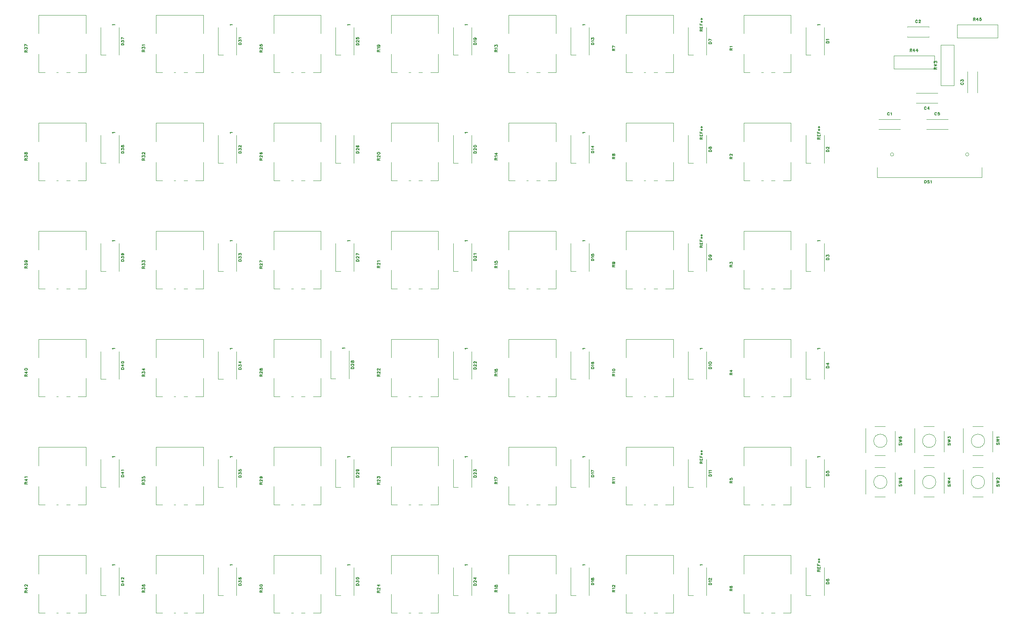
<source format=gto>
G04 Layer: TopSilkscreenLayer*
G04 EasyEDA Pro v2.2.35.2, 2025-01-29 23:55:29*
G04 Gerber Generator version 0.3*
G04 Scale: 100 percent, Rotated: No, Reflected: No*
G04 Dimensions in millimeters*
G04 Leading zeros omitted, absolute positions, 4 integers and 5 decimals*
%FSLAX45Y45*%
%MOMM*%
%ADD10C,0.15*%
%ADD11C,0.12*%
%ADD12C,0.1*%
G75*


G04 Text Start*
G54D10*
G01X7399212Y-3242809D02*
G01X7454838Y-3242809D01*
G01X7399212Y-3242809D02*
G01X7399212Y-3224267D01*
G01X7401752Y-3216393D01*
G01X7407086Y-3211059D01*
G01X7412420Y-3208519D01*
G01X7420294Y-3205725D01*
G01X7433756Y-3205725D01*
G01X7441630Y-3208519D01*
G01X7446964Y-3211059D01*
G01X7452298Y-3216393D01*
G01X7454838Y-3224267D01*
G01X7454838Y-3242809D01*
G01X7412420Y-3175245D02*
G01X7409626Y-3175245D01*
G01X7404546Y-3172705D01*
G01X7401752Y-3169911D01*
G01X7399212Y-3164577D01*
G01X7399212Y-3154163D01*
G01X7401752Y-3148829D01*
G01X7404546Y-3146035D01*
G01X7409626Y-3143495D01*
G01X7414960Y-3143495D01*
G01X7420294Y-3146035D01*
G01X7428422Y-3151369D01*
G01X7454838Y-3178039D01*
G01X7454838Y-3140701D01*
G01X7407086Y-3081011D02*
G01X7401752Y-3083805D01*
G01X7399212Y-3091679D01*
G01X7399212Y-3097013D01*
G01X7401752Y-3104887D01*
G01X7409626Y-3110221D01*
G01X7423088Y-3113015D01*
G01X7436296Y-3113015D01*
G01X7446964Y-3110221D01*
G01X7452298Y-3104887D01*
G01X7454838Y-3097013D01*
G01X7454838Y-3094473D01*
G01X7452298Y-3086345D01*
G01X7446964Y-3081011D01*
G01X7439090Y-3078471D01*
G01X7436296Y-3078471D01*
G01X7428422Y-3081011D01*
G01X7423088Y-3086345D01*
G01X7420294Y-3094473D01*
G01X7420294Y-3097013D01*
G01X7423088Y-3104887D01*
G01X7428422Y-3110221D01*
G01X7436296Y-3113015D01*
G01X10346212Y-5682268D02*
G01X10401838Y-5682268D01*
G01X10346212Y-5682268D02*
G01X10346212Y-5658392D01*
G01X10348752Y-5650518D01*
G01X10351546Y-5647978D01*
G01X10356626Y-5645184D01*
G01X10361960Y-5645184D01*
G01X10367294Y-5647978D01*
G01X10370088Y-5650518D01*
G01X10372628Y-5658392D01*
G01X10372628Y-5682268D01*
G01X10372628Y-5663726D02*
G01X10401838Y-5645184D01*
G01X10356626Y-5617498D02*
G01X10354086Y-5612164D01*
G01X10346212Y-5604036D01*
G01X10401838Y-5604036D01*
G01X10346212Y-5544346D02*
G01X10346212Y-5571016D01*
G01X10370088Y-5573556D01*
G01X10367294Y-5571016D01*
G01X10364754Y-5562888D01*
G01X10364754Y-5555014D01*
G01X10367294Y-5547140D01*
G01X10372628Y-5541806D01*
G01X10380756Y-5539012D01*
G01X10386090Y-5539012D01*
G01X10393964Y-5541806D01*
G01X10399298Y-5547140D01*
G01X10401838Y-5555014D01*
G01X10401838Y-5562888D01*
G01X10399298Y-5571016D01*
G01X10396504Y-5573556D01*
G01X10391170Y-5576350D01*
G01X15346212Y-7962964D02*
G01X15401838Y-7962964D01*
G01X15346212Y-7962964D02*
G01X15346212Y-7939088D01*
G01X15348752Y-7931214D01*
G01X15351546Y-7928674D01*
G01X15356626Y-7925880D01*
G01X15361960Y-7925880D01*
G01X15367294Y-7928674D01*
G01X15370088Y-7931214D01*
G01X15372628Y-7939088D01*
G01X15372628Y-7962964D01*
G01X15372628Y-7944422D02*
G01X15401838Y-7925880D01*
G01X15346212Y-7871524D02*
G01X15383296Y-7898194D01*
G01X15383296Y-7858316D01*
G01X15346212Y-7871524D02*
G01X15401838Y-7871524D01*
G01X19489532Y-3823112D02*
G01X19489532Y-3878738D01*
G01X19489532Y-3823112D02*
G01X19508074Y-3823112D01*
G01X19515948Y-3825652D01*
G01X19521282Y-3830986D01*
G01X19523822Y-3836320D01*
G01X19526616Y-3844194D01*
G01X19526616Y-3857656D01*
G01X19523822Y-3865530D01*
G01X19521282Y-3870864D01*
G01X19515948Y-3876198D01*
G01X19508074Y-3878738D01*
G01X19489532Y-3878738D01*
G01X19591640Y-3830986D02*
G01X19586306Y-3825652D01*
G01X19578178Y-3823112D01*
G01X19567764Y-3823112D01*
G01X19559636Y-3825652D01*
G01X19554302Y-3830986D01*
G01X19554302Y-3836320D01*
G01X19557096Y-3841654D01*
G01X19559636Y-3844194D01*
G01X19564970Y-3846988D01*
G01X19580972Y-3852322D01*
G01X19586306Y-3854862D01*
G01X19588846Y-3857656D01*
G01X19591640Y-3862990D01*
G01X19591640Y-3870864D01*
G01X19586306Y-3876198D01*
G01X19578178Y-3878738D01*
G01X19567764Y-3878738D01*
G01X19559636Y-3876198D01*
G01X19554302Y-3870864D01*
G01X19619326Y-3833526D02*
G01X19624660Y-3830986D01*
G01X19632788Y-3823112D01*
G01X19632788Y-3878738D01*
G01X12399212Y-932268D02*
G01X12454838Y-932268D01*
G01X12399212Y-932268D02*
G01X12399212Y-913726D01*
G01X12401752Y-905852D01*
G01X12407086Y-900518D01*
G01X12412420Y-897978D01*
G01X12420294Y-895184D01*
G01X12433756Y-895184D01*
G01X12441630Y-897978D01*
G01X12446964Y-900518D01*
G01X12452298Y-905852D01*
G01X12454838Y-913726D01*
G01X12454838Y-932268D01*
G01X12409626Y-867498D02*
G01X12407086Y-862164D01*
G01X12399212Y-854036D01*
G01X12454838Y-854036D01*
G01X12399212Y-821016D02*
G01X12399212Y-791806D01*
G01X12420294Y-807808D01*
G01X12420294Y-799680D01*
G01X12423088Y-794346D01*
G01X12425628Y-791806D01*
G01X12433756Y-789012D01*
G01X12439090Y-789012D01*
G01X12446964Y-791806D01*
G01X12452298Y-797140D01*
G01X12454838Y-805014D01*
G01X12454838Y-812888D01*
G01X12452298Y-821016D01*
G01X12449504Y-823556D01*
G01X12444170Y-826350D01*
G01X12222126Y-517244D02*
G01X12219586Y-512164D01*
G01X12211712Y-504036D01*
G01X12267338Y-504036D01*
G01X5346212Y-1094206D02*
G01X5401838Y-1094206D01*
G01X5346212Y-1094206D02*
G01X5346212Y-1070330D01*
G01X5348752Y-1062456D01*
G01X5351546Y-1059916D01*
G01X5356626Y-1057122D01*
G01X5361960Y-1057122D01*
G01X5367294Y-1059916D01*
G01X5370088Y-1062456D01*
G01X5372628Y-1070330D01*
G01X5372628Y-1094206D01*
G01X5372628Y-1075664D02*
G01X5401838Y-1057122D01*
G01X5359420Y-1026642D02*
G01X5356626Y-1026642D01*
G01X5351546Y-1024102D01*
G01X5348752Y-1021308D01*
G01X5346212Y-1015974D01*
G01X5346212Y-1005560D01*
G01X5348752Y-1000226D01*
G01X5351546Y-997432D01*
G01X5356626Y-994892D01*
G01X5361960Y-994892D01*
G01X5367294Y-997432D01*
G01X5375422Y-1002766D01*
G01X5401838Y-1029436D01*
G01X5401838Y-992098D01*
G01X5346212Y-932408D02*
G01X5346212Y-959078D01*
G01X5370088Y-961618D01*
G01X5367294Y-959078D01*
G01X5364754Y-950950D01*
G01X5364754Y-943076D01*
G01X5367294Y-935202D01*
G01X5372628Y-929868D01*
G01X5380756Y-927074D01*
G01X5386090Y-927074D01*
G01X5393964Y-929868D01*
G01X5399298Y-935202D01*
G01X5401838Y-943076D01*
G01X5401838Y-950950D01*
G01X5399298Y-959078D01*
G01X5396504Y-961618D01*
G01X5391170Y-964412D01*
G01X7846212Y-7994206D02*
G01X7901838Y-7994206D01*
G01X7846212Y-7994206D02*
G01X7846212Y-7970330D01*
G01X7848752Y-7962456D01*
G01X7851546Y-7959916D01*
G01X7856626Y-7957122D01*
G01X7861960Y-7957122D01*
G01X7867294Y-7959916D01*
G01X7870088Y-7962456D01*
G01X7872628Y-7970330D01*
G01X7872628Y-7994206D01*
G01X7872628Y-7975664D02*
G01X7901838Y-7957122D01*
G01X7859420Y-7926642D02*
G01X7856626Y-7926642D01*
G01X7851546Y-7924102D01*
G01X7848752Y-7921308D01*
G01X7846212Y-7915974D01*
G01X7846212Y-7905560D01*
G01X7848752Y-7900226D01*
G01X7851546Y-7897432D01*
G01X7856626Y-7894892D01*
G01X7861960Y-7894892D01*
G01X7867294Y-7897432D01*
G01X7875422Y-7902766D01*
G01X7901838Y-7929436D01*
G01X7901838Y-7892098D01*
G01X7859420Y-7861618D02*
G01X7856626Y-7861618D01*
G01X7851546Y-7859078D01*
G01X7848752Y-7856284D01*
G01X7846212Y-7850950D01*
G01X7846212Y-7840536D01*
G01X7848752Y-7835202D01*
G01X7851546Y-7832408D01*
G01X7856626Y-7829868D01*
G01X7861960Y-7829868D01*
G01X7867294Y-7832408D01*
G01X7875422Y-7837742D01*
G01X7901838Y-7864412D01*
G01X7901838Y-7827074D01*
G01X4899212Y-932268D02*
G01X4954838Y-932268D01*
G01X4899212Y-932268D02*
G01X4899212Y-913726D01*
G01X4901752Y-905852D01*
G01X4907086Y-900518D01*
G01X4912420Y-897978D01*
G01X4920294Y-895184D01*
G01X4933756Y-895184D01*
G01X4941630Y-897978D01*
G01X4946964Y-900518D01*
G01X4952298Y-905852D01*
G01X4954838Y-913726D01*
G01X4954838Y-932268D01*
G01X4899212Y-862164D02*
G01X4899212Y-832954D01*
G01X4920294Y-848956D01*
G01X4920294Y-840828D01*
G01X4923088Y-835494D01*
G01X4925628Y-832954D01*
G01X4933756Y-830160D01*
G01X4939090Y-830160D01*
G01X4946964Y-832954D01*
G01X4952298Y-838288D01*
G01X4954838Y-846162D01*
G01X4954838Y-854036D01*
G01X4952298Y-862164D01*
G01X4949504Y-864704D01*
G01X4944170Y-867498D01*
G01X4909626Y-802474D02*
G01X4907086Y-797140D01*
G01X4899212Y-789012D01*
G01X4954838Y-789012D01*
G01X4722126Y-517244D02*
G01X4719586Y-512164D01*
G01X4711712Y-504036D01*
G01X4767338Y-504036D01*
G01X2846212Y-1082268D02*
G01X2901838Y-1082268D01*
G01X2846212Y-1082268D02*
G01X2846212Y-1058392D01*
G01X2848752Y-1050518D01*
G01X2851546Y-1047978D01*
G01X2856626Y-1045184D01*
G01X2861960Y-1045184D01*
G01X2867294Y-1047978D01*
G01X2870088Y-1050518D01*
G01X2872628Y-1058392D01*
G01X2872628Y-1082268D01*
G01X2872628Y-1063726D02*
G01X2901838Y-1045184D01*
G01X2846212Y-1012164D02*
G01X2846212Y-982954D01*
G01X2867294Y-998956D01*
G01X2867294Y-990828D01*
G01X2870088Y-985494D01*
G01X2872628Y-982954D01*
G01X2880756Y-980160D01*
G01X2886090Y-980160D01*
G01X2893964Y-982954D01*
G01X2899298Y-988288D01*
G01X2901838Y-996162D01*
G01X2901838Y-1004036D01*
G01X2899298Y-1012164D01*
G01X2896504Y-1014704D01*
G01X2891170Y-1017498D01*
G01X2856626Y-952474D02*
G01X2854086Y-947140D01*
G01X2846212Y-939012D01*
G01X2901838Y-939012D01*
G01X4899212Y-5544206D02*
G01X4954838Y-5544206D01*
G01X4899212Y-5544206D02*
G01X4899212Y-5525664D01*
G01X4901752Y-5517790D01*
G01X4907086Y-5512456D01*
G01X4912420Y-5509916D01*
G01X4920294Y-5507122D01*
G01X4933756Y-5507122D01*
G01X4941630Y-5509916D01*
G01X4946964Y-5512456D01*
G01X4952298Y-5517790D01*
G01X4954838Y-5525664D01*
G01X4954838Y-5544206D01*
G01X4899212Y-5474102D02*
G01X4899212Y-5444892D01*
G01X4920294Y-5460894D01*
G01X4920294Y-5452766D01*
G01X4923088Y-5447432D01*
G01X4925628Y-5444892D01*
G01X4933756Y-5442098D01*
G01X4939090Y-5442098D01*
G01X4946964Y-5444892D01*
G01X4952298Y-5450226D01*
G01X4954838Y-5458100D01*
G01X4954838Y-5465974D01*
G01X4952298Y-5474102D01*
G01X4949504Y-5476642D01*
G01X4944170Y-5479436D01*
G01X4899212Y-5409078D02*
G01X4899212Y-5379868D01*
G01X4920294Y-5395870D01*
G01X4920294Y-5387742D01*
G01X4923088Y-5382408D01*
G01X4925628Y-5379868D01*
G01X4933756Y-5377074D01*
G01X4939090Y-5377074D01*
G01X4946964Y-5379868D01*
G01X4952298Y-5385202D01*
G01X4954838Y-5393076D01*
G01X4954838Y-5400950D01*
G01X4952298Y-5409078D01*
G01X4949504Y-5411618D01*
G01X4944170Y-5414412D01*
G01X4722126Y-5117244D02*
G01X4719586Y-5112164D01*
G01X4711712Y-5104036D01*
G01X4767338Y-5104036D01*
G01X17399212Y-899756D02*
G01X17454838Y-899756D01*
G01X17399212Y-899756D02*
G01X17399212Y-881214D01*
G01X17401752Y-873340D01*
G01X17407086Y-868006D01*
G01X17412420Y-865466D01*
G01X17420294Y-862672D01*
G01X17433756Y-862672D01*
G01X17441630Y-865466D01*
G01X17446964Y-868006D01*
G01X17452298Y-873340D01*
G01X17454838Y-881214D01*
G01X17454838Y-899756D01*
G01X17409626Y-834986D02*
G01X17407086Y-829652D01*
G01X17399212Y-821524D01*
G01X17454838Y-821524D01*
G01X17222126Y-517244D02*
G01X17219586Y-512164D01*
G01X17211712Y-504036D01*
G01X17267338Y-504036D01*
G01X346212Y-1094206D02*
G01X401838Y-1094206D01*
G01X346212Y-1094206D02*
G01X346212Y-1070330D01*
G01X348752Y-1062456D01*
G01X351546Y-1059916D01*
G01X356626Y-1057122D01*
G01X361960Y-1057122D01*
G01X367294Y-1059916D01*
G01X370088Y-1062456D01*
G01X372628Y-1070330D01*
G01X372628Y-1094206D01*
G01X372628Y-1075664D02*
G01X401838Y-1057122D01*
G01X346212Y-1024102D02*
G01X346212Y-994892D01*
G01X367294Y-1010894D01*
G01X367294Y-1002766D01*
G01X370088Y-997432D01*
G01X372628Y-994892D01*
G01X380756Y-992098D01*
G01X386090Y-992098D01*
G01X393964Y-994892D01*
G01X399298Y-1000226D01*
G01X401838Y-1008100D01*
G01X401838Y-1015974D01*
G01X399298Y-1024102D01*
G01X396504Y-1026642D01*
G01X391170Y-1029436D01*
G01X346212Y-927074D02*
G01X401838Y-953744D01*
G01X346212Y-964412D02*
G01X346212Y-927074D01*
G01X4899212Y-12442809D02*
G01X4954838Y-12442809D01*
G01X4899212Y-12442809D02*
G01X4899212Y-12424267D01*
G01X4901752Y-12416393D01*
G01X4907086Y-12411059D01*
G01X4912420Y-12408519D01*
G01X4920294Y-12405725D01*
G01X4933756Y-12405725D01*
G01X4941630Y-12408519D01*
G01X4946964Y-12411059D01*
G01X4952298Y-12416393D01*
G01X4954838Y-12424267D01*
G01X4954838Y-12442809D01*
G01X4899212Y-12372705D02*
G01X4899212Y-12343495D01*
G01X4920294Y-12359497D01*
G01X4920294Y-12351369D01*
G01X4923088Y-12346035D01*
G01X4925628Y-12343495D01*
G01X4933756Y-12340701D01*
G01X4939090Y-12340701D01*
G01X4946964Y-12343495D01*
G01X4952298Y-12348829D01*
G01X4954838Y-12356703D01*
G01X4954838Y-12364577D01*
G01X4952298Y-12372705D01*
G01X4949504Y-12375245D01*
G01X4944170Y-12378039D01*
G01X4907086Y-12281011D02*
G01X4901752Y-12283805D01*
G01X4899212Y-12291679D01*
G01X4899212Y-12297013D01*
G01X4901752Y-12304887D01*
G01X4909626Y-12310221D01*
G01X4923088Y-12313015D01*
G01X4936296Y-12313015D01*
G01X4946964Y-12310221D01*
G01X4952298Y-12304887D01*
G01X4954838Y-12297013D01*
G01X4954838Y-12294473D01*
G01X4952298Y-12286345D01*
G01X4946964Y-12281011D01*
G01X4939090Y-12278471D01*
G01X4936296Y-12278471D01*
G01X4928422Y-12281011D01*
G01X4923088Y-12286345D01*
G01X4920294Y-12294473D01*
G01X4920294Y-12297013D01*
G01X4923088Y-12304887D01*
G01X4928422Y-12310221D01*
G01X4936296Y-12313015D01*
G01X4722126Y-12017244D02*
G01X4719586Y-12012164D01*
G01X4711712Y-12004036D01*
G01X4767338Y-12004036D01*
G01X14899212Y-5510297D02*
G01X14954838Y-5510297D01*
G01X14899212Y-5510297D02*
G01X14899212Y-5491755D01*
G01X14901752Y-5483881D01*
G01X14907086Y-5478547D01*
G01X14912420Y-5476007D01*
G01X14920294Y-5473213D01*
G01X14933756Y-5473213D01*
G01X14941630Y-5476007D01*
G01X14946964Y-5478547D01*
G01X14952298Y-5483881D01*
G01X14954838Y-5491755D01*
G01X14954838Y-5510297D01*
G01X14917754Y-5410983D02*
G01X14925628Y-5413523D01*
G01X14930962Y-5418857D01*
G01X14933756Y-5426985D01*
G01X14933756Y-5429525D01*
G01X14930962Y-5437399D01*
G01X14925628Y-5442733D01*
G01X14917754Y-5445527D01*
G01X14914960Y-5445527D01*
G01X14907086Y-5442733D01*
G01X14901752Y-5437399D01*
G01X14899212Y-5429525D01*
G01X14899212Y-5426985D01*
G01X14901752Y-5418857D01*
G01X14907086Y-5413523D01*
G01X14917754Y-5410983D01*
G01X14930962Y-5410983D01*
G01X14944170Y-5413523D01*
G01X14952298Y-5418857D01*
G01X14954838Y-5426985D01*
G01X14954838Y-5432065D01*
G01X14952298Y-5440193D01*
G01X14946964Y-5442733D01*
G01X14711712Y-5245768D02*
G01X14767338Y-5245768D01*
G01X14711712Y-5245768D02*
G01X14711712Y-5221892D01*
G01X14714252Y-5214018D01*
G01X14717046Y-5211478D01*
G01X14722126Y-5208684D01*
G01X14727460Y-5208684D01*
G01X14732794Y-5211478D01*
G01X14735588Y-5214018D01*
G01X14738128Y-5221892D01*
G01X14738128Y-5245768D01*
G01X14738128Y-5227226D02*
G01X14767338Y-5208684D01*
G01X14711712Y-5180998D02*
G01X14767338Y-5180998D01*
G01X14711712Y-5180998D02*
G01X14711712Y-5146454D01*
G01X14738128Y-5180998D02*
G01X14738128Y-5159662D01*
G01X14767338Y-5180998D02*
G01X14767338Y-5146454D01*
G01X14711712Y-5118768D02*
G01X14767338Y-5118768D01*
G01X14711712Y-5118768D02*
G01X14711712Y-5084224D01*
G01X14738128Y-5118768D02*
G01X14738128Y-5097432D01*
G01X14727460Y-5043076D02*
G01X14759464Y-5043076D01*
G01X14735588Y-5056538D02*
G01X14751590Y-5029868D01*
G01X14735588Y-5029868D02*
G01X14751590Y-5056538D01*
G01X14727460Y-4988720D02*
G01X14759464Y-4988720D01*
G01X14735588Y-5002182D02*
G01X14751590Y-4975512D01*
G01X14735588Y-4975512D02*
G01X14751590Y-5002182D01*
G01X2399212Y-10133538D02*
G01X2454838Y-10133538D01*
G01X2399212Y-10133538D02*
G01X2399212Y-10114996D01*
G01X2401752Y-10107122D01*
G01X2407086Y-10101788D01*
G01X2412420Y-10099248D01*
G01X2420294Y-10096454D01*
G01X2433756Y-10096454D01*
G01X2441630Y-10099248D01*
G01X2446964Y-10101788D01*
G01X2452298Y-10107122D01*
G01X2454838Y-10114996D01*
G01X2454838Y-10133538D01*
G01X2399212Y-10042098D02*
G01X2436296Y-10068768D01*
G01X2436296Y-10028890D01*
G01X2399212Y-10042098D02*
G01X2454838Y-10042098D01*
G01X2409626Y-10001204D02*
G01X2407086Y-9995870D01*
G01X2399212Y-9987742D01*
G01X2454838Y-9987742D01*
G01X2222126Y-9717244D02*
G01X2219586Y-9712164D01*
G01X2211712Y-9704036D01*
G01X2267338Y-9704036D01*
G01X12399212Y-7830871D02*
G01X12454838Y-7830871D01*
G01X12399212Y-7830871D02*
G01X12399212Y-7812329D01*
G01X12401752Y-7804455D01*
G01X12407086Y-7799121D01*
G01X12412420Y-7796581D01*
G01X12420294Y-7793787D01*
G01X12433756Y-7793787D01*
G01X12441630Y-7796581D01*
G01X12446964Y-7799121D01*
G01X12452298Y-7804455D01*
G01X12454838Y-7812329D01*
G01X12454838Y-7830871D01*
G01X12409626Y-7766101D02*
G01X12407086Y-7760767D01*
G01X12399212Y-7752639D01*
G01X12454838Y-7752639D01*
G01X12407086Y-7692949D02*
G01X12401752Y-7695743D01*
G01X12399212Y-7703617D01*
G01X12399212Y-7708951D01*
G01X12401752Y-7716825D01*
G01X12409626Y-7722159D01*
G01X12423088Y-7724953D01*
G01X12436296Y-7724953D01*
G01X12446964Y-7722159D01*
G01X12452298Y-7716825D01*
G01X12454838Y-7708951D01*
G01X12454838Y-7706411D01*
G01X12452298Y-7698283D01*
G01X12446964Y-7692949D01*
G01X12439090Y-7690409D01*
G01X12436296Y-7690409D01*
G01X12428422Y-7692949D01*
G01X12423088Y-7698283D01*
G01X12420294Y-7706411D01*
G01X12420294Y-7708951D01*
G01X12423088Y-7716825D01*
G01X12428422Y-7722159D01*
G01X12436296Y-7724953D01*
G01X12222126Y-7417244D02*
G01X12219586Y-7412164D01*
G01X12211712Y-7404036D01*
G01X12267338Y-7404036D01*
G01X7846212Y-5682268D02*
G01X7901838Y-5682268D01*
G01X7846212Y-5682268D02*
G01X7846212Y-5658392D01*
G01X7848752Y-5650518D01*
G01X7851546Y-5647978D01*
G01X7856626Y-5645184D01*
G01X7861960Y-5645184D01*
G01X7867294Y-5647978D01*
G01X7870088Y-5650518D01*
G01X7872628Y-5658392D01*
G01X7872628Y-5682268D01*
G01X7872628Y-5663726D02*
G01X7901838Y-5645184D01*
G01X7859420Y-5614704D02*
G01X7856626Y-5614704D01*
G01X7851546Y-5612164D01*
G01X7848752Y-5609370D01*
G01X7846212Y-5604036D01*
G01X7846212Y-5593622D01*
G01X7848752Y-5588288D01*
G01X7851546Y-5585494D01*
G01X7856626Y-5582954D01*
G01X7861960Y-5582954D01*
G01X7867294Y-5585494D01*
G01X7875422Y-5590828D01*
G01X7901838Y-5617498D01*
G01X7901838Y-5580160D01*
G01X7856626Y-5552474D02*
G01X7854086Y-5547140D01*
G01X7846212Y-5539012D01*
G01X7901838Y-5539012D01*
G01X12846212Y-12582268D02*
G01X12901838Y-12582268D01*
G01X12846212Y-12582268D02*
G01X12846212Y-12558392D01*
G01X12848752Y-12550518D01*
G01X12851546Y-12547978D01*
G01X12856626Y-12545184D01*
G01X12861960Y-12545184D01*
G01X12867294Y-12547978D01*
G01X12870088Y-12550518D01*
G01X12872628Y-12558392D01*
G01X12872628Y-12582268D01*
G01X12872628Y-12563726D02*
G01X12901838Y-12545184D01*
G01X12856626Y-12517498D02*
G01X12854086Y-12512164D01*
G01X12846212Y-12504036D01*
G01X12901838Y-12504036D01*
G01X12859420Y-12473556D02*
G01X12856626Y-12473556D01*
G01X12851546Y-12471016D01*
G01X12848752Y-12468222D01*
G01X12846212Y-12462888D01*
G01X12846212Y-12452474D01*
G01X12848752Y-12447140D01*
G01X12851546Y-12444346D01*
G01X12856626Y-12441806D01*
G01X12861960Y-12441806D01*
G01X12867294Y-12444346D01*
G01X12875422Y-12449680D01*
G01X12901838Y-12476350D01*
G01X12901838Y-12439012D01*
G01X14899212Y-12432268D02*
G01X14954838Y-12432268D01*
G01X14899212Y-12432268D02*
G01X14899212Y-12413726D01*
G01X14901752Y-12405852D01*
G01X14907086Y-12400518D01*
G01X14912420Y-12397978D01*
G01X14920294Y-12395184D01*
G01X14933756Y-12395184D01*
G01X14941630Y-12397978D01*
G01X14946964Y-12400518D01*
G01X14952298Y-12405852D01*
G01X14954838Y-12413726D01*
G01X14954838Y-12432268D01*
G01X14909626Y-12367498D02*
G01X14907086Y-12362164D01*
G01X14899212Y-12354036D01*
G01X14954838Y-12354036D01*
G01X14912420Y-12323556D02*
G01X14909626Y-12323556D01*
G01X14904546Y-12321016D01*
G01X14901752Y-12318222D01*
G01X14899212Y-12312888D01*
G01X14899212Y-12302474D01*
G01X14901752Y-12297140D01*
G01X14904546Y-12294346D01*
G01X14909626Y-12291806D01*
G01X14914960Y-12291806D01*
G01X14920294Y-12294346D01*
G01X14928422Y-12299680D01*
G01X14954838Y-12326350D01*
G01X14954838Y-12289012D01*
G01X14722126Y-12017244D02*
G01X14719586Y-12012164D01*
G01X14711712Y-12004036D01*
G01X14767338Y-12004036D01*
G01X12846212Y-10270330D02*
G01X12901838Y-10270330D01*
G01X12846212Y-10270330D02*
G01X12846212Y-10246454D01*
G01X12848752Y-10238580D01*
G01X12851546Y-10236040D01*
G01X12856626Y-10233246D01*
G01X12861960Y-10233246D01*
G01X12867294Y-10236040D01*
G01X12870088Y-10238580D01*
G01X12872628Y-10246454D01*
G01X12872628Y-10270330D01*
G01X12872628Y-10251788D02*
G01X12901838Y-10233246D01*
G01X12856626Y-10205560D02*
G01X12854086Y-10200226D01*
G01X12846212Y-10192098D01*
G01X12901838Y-10192098D01*
G01X12856626Y-10164412D02*
G01X12854086Y-10159078D01*
G01X12846212Y-10150950D01*
G01X12901838Y-10150950D01*
G01X14899212Y-7832268D02*
G01X14954838Y-7832268D01*
G01X14899212Y-7832268D02*
G01X14899212Y-7813726D01*
G01X14901752Y-7805852D01*
G01X14907086Y-7800518D01*
G01X14912420Y-7797978D01*
G01X14920294Y-7795184D01*
G01X14933756Y-7795184D01*
G01X14941630Y-7797978D01*
G01X14946964Y-7800518D01*
G01X14952298Y-7805852D01*
G01X14954838Y-7813726D01*
G01X14954838Y-7832268D01*
G01X14909626Y-7767498D02*
G01X14907086Y-7762164D01*
G01X14899212Y-7754036D01*
G01X14954838Y-7754036D01*
G01X14899212Y-7710348D02*
G01X14901752Y-7718222D01*
G01X14909626Y-7723556D01*
G01X14923088Y-7726350D01*
G01X14930962Y-7726350D01*
G01X14944170Y-7723556D01*
G01X14952298Y-7718222D01*
G01X14954838Y-7710348D01*
G01X14954838Y-7705014D01*
G01X14952298Y-7697140D01*
G01X14944170Y-7691806D01*
G01X14930962Y-7689012D01*
G01X14923088Y-7689012D01*
G01X14909626Y-7691806D01*
G01X14901752Y-7697140D01*
G01X14899212Y-7705014D01*
G01X14899212Y-7710348D01*
G01X14722126Y-7417244D02*
G01X14719586Y-7412164D01*
G01X14711712Y-7404036D01*
G01X14767338Y-7404036D01*
G01X346212Y-12595476D02*
G01X401838Y-12595476D01*
G01X346212Y-12595476D02*
G01X346212Y-12571600D01*
G01X348752Y-12563726D01*
G01X351546Y-12561186D01*
G01X356626Y-12558392D01*
G01X361960Y-12558392D01*
G01X367294Y-12561186D01*
G01X370088Y-12563726D01*
G01X372628Y-12571600D01*
G01X372628Y-12595476D01*
G01X372628Y-12576934D02*
G01X401838Y-12558392D01*
G01X346212Y-12504036D02*
G01X383296Y-12530706D01*
G01X383296Y-12490828D01*
G01X346212Y-12504036D02*
G01X401838Y-12504036D01*
G01X359420Y-12460348D02*
G01X356626Y-12460348D01*
G01X351546Y-12457808D01*
G01X348752Y-12455014D01*
G01X346212Y-12449680D01*
G01X346212Y-12439266D01*
G01X348752Y-12433932D01*
G01X351546Y-12431138D01*
G01X356626Y-12428598D01*
G01X361960Y-12428598D01*
G01X367294Y-12431138D01*
G01X375422Y-12436472D01*
G01X401838Y-12463142D01*
G01X401838Y-12425804D01*
G01X19744560Y-2390320D02*
G01X19742020Y-2384986D01*
G01X19736686Y-2379652D01*
G01X19731352Y-2377112D01*
G01X19720684Y-2377112D01*
G01X19715350Y-2379652D01*
G01X19710016Y-2384986D01*
G01X19707476Y-2390320D01*
G01X19704936Y-2398194D01*
G01X19704936Y-2411656D01*
G01X19707476Y-2419530D01*
G01X19710016Y-2424864D01*
G01X19715350Y-2430198D01*
G01X19720684Y-2432738D01*
G01X19731352Y-2432738D01*
G01X19736686Y-2430198D01*
G01X19742020Y-2424864D01*
G01X19744560Y-2419530D01*
G01X19804250Y-2377112D02*
G01X19777580Y-2377112D01*
G01X19775040Y-2400988D01*
G01X19777580Y-2398194D01*
G01X19785708Y-2395654D01*
G01X19793582Y-2395654D01*
G01X19801456Y-2398194D01*
G01X19806790Y-2403528D01*
G01X19809584Y-2411656D01*
G01X19809584Y-2416990D01*
G01X19806790Y-2424864D01*
G01X19801456Y-2430198D01*
G01X19793582Y-2432738D01*
G01X19785708Y-2432738D01*
G01X19777580Y-2430198D01*
G01X19775040Y-2427404D01*
G01X19772246Y-2422070D01*
G01X346212Y-5692809D02*
G01X401838Y-5692809D01*
G01X346212Y-5692809D02*
G01X346212Y-5668933D01*
G01X348752Y-5661059D01*
G01X351546Y-5658519D01*
G01X356626Y-5655725D01*
G01X361960Y-5655725D01*
G01X367294Y-5658519D01*
G01X370088Y-5661059D01*
G01X372628Y-5668933D01*
G01X372628Y-5692809D01*
G01X372628Y-5674267D02*
G01X401838Y-5655725D01*
G01X346212Y-5622705D02*
G01X346212Y-5593495D01*
G01X367294Y-5609497D01*
G01X367294Y-5601369D01*
G01X370088Y-5596035D01*
G01X372628Y-5593495D01*
G01X380756Y-5590701D01*
G01X386090Y-5590701D01*
G01X393964Y-5593495D01*
G01X399298Y-5598829D01*
G01X401838Y-5606703D01*
G01X401838Y-5614577D01*
G01X399298Y-5622705D01*
G01X396504Y-5625245D01*
G01X391170Y-5628039D01*
G01X364754Y-5528471D02*
G01X372628Y-5531011D01*
G01X377962Y-5536345D01*
G01X380756Y-5544473D01*
G01X380756Y-5547013D01*
G01X377962Y-5554887D01*
G01X372628Y-5560221D01*
G01X364754Y-5563015D01*
G01X361960Y-5563015D01*
G01X354086Y-5560221D01*
G01X348752Y-5554887D01*
G01X346212Y-5547013D01*
G01X346212Y-5544473D01*
G01X348752Y-5536345D01*
G01X354086Y-5531011D01*
G01X364754Y-5528471D01*
G01X377962Y-5528471D01*
G01X391170Y-5531011D01*
G01X399298Y-5536345D01*
G01X401838Y-5544473D01*
G01X401838Y-5549553D01*
G01X399298Y-5557681D01*
G01X393964Y-5560221D01*
G01X2399212Y-5542809D02*
G01X2454838Y-5542809D01*
G01X2399212Y-5542809D02*
G01X2399212Y-5524267D01*
G01X2401752Y-5516393D01*
G01X2407086Y-5511059D01*
G01X2412420Y-5508519D01*
G01X2420294Y-5505725D01*
G01X2433756Y-5505725D01*
G01X2441630Y-5508519D01*
G01X2446964Y-5511059D01*
G01X2452298Y-5516393D01*
G01X2454838Y-5524267D01*
G01X2454838Y-5542809D01*
G01X2399212Y-5472705D02*
G01X2399212Y-5443495D01*
G01X2420294Y-5459497D01*
G01X2420294Y-5451369D01*
G01X2423088Y-5446035D01*
G01X2425628Y-5443495D01*
G01X2433756Y-5440701D01*
G01X2439090Y-5440701D01*
G01X2446964Y-5443495D01*
G01X2452298Y-5448829D01*
G01X2454838Y-5456703D01*
G01X2454838Y-5464577D01*
G01X2452298Y-5472705D01*
G01X2449504Y-5475245D01*
G01X2444170Y-5478039D01*
G01X2417754Y-5378471D02*
G01X2425628Y-5381011D01*
G01X2430962Y-5386345D01*
G01X2433756Y-5394473D01*
G01X2433756Y-5397013D01*
G01X2430962Y-5404887D01*
G01X2425628Y-5410221D01*
G01X2417754Y-5413015D01*
G01X2414960Y-5413015D01*
G01X2407086Y-5410221D01*
G01X2401752Y-5404887D01*
G01X2399212Y-5397013D01*
G01X2399212Y-5394473D01*
G01X2401752Y-5386345D01*
G01X2407086Y-5381011D01*
G01X2417754Y-5378471D01*
G01X2430962Y-5378471D01*
G01X2444170Y-5381011D01*
G01X2452298Y-5386345D01*
G01X2454838Y-5394473D01*
G01X2454838Y-5399553D01*
G01X2452298Y-5407681D01*
G01X2446964Y-5410221D01*
G01X2222126Y-5117244D02*
G01X2219586Y-5112164D01*
G01X2211712Y-5104036D01*
G01X2267338Y-5104036D01*
G01X12399212Y-10132268D02*
G01X12454838Y-10132268D01*
G01X12399212Y-10132268D02*
G01X12399212Y-10113726D01*
G01X12401752Y-10105852D01*
G01X12407086Y-10100518D01*
G01X12412420Y-10097978D01*
G01X12420294Y-10095184D01*
G01X12433756Y-10095184D01*
G01X12441630Y-10097978D01*
G01X12446964Y-10100518D01*
G01X12452298Y-10105852D01*
G01X12454838Y-10113726D01*
G01X12454838Y-10132268D01*
G01X12409626Y-10067498D02*
G01X12407086Y-10062164D01*
G01X12399212Y-10054036D01*
G01X12454838Y-10054036D01*
G01X12399212Y-9989012D02*
G01X12454838Y-10015682D01*
G01X12399212Y-10026350D02*
G01X12399212Y-9989012D01*
G01X12222126Y-9717244D02*
G01X12219586Y-9712164D01*
G01X12211712Y-9704036D01*
G01X12267338Y-9704036D01*
G01X9899212Y-930871D02*
G01X9954838Y-930871D01*
G01X9899212Y-930871D02*
G01X9899212Y-912329D01*
G01X9901752Y-904455D01*
G01X9907086Y-899121D01*
G01X9912420Y-896581D01*
G01X9920294Y-893787D01*
G01X9933756Y-893787D01*
G01X9941630Y-896581D01*
G01X9946964Y-899121D01*
G01X9952298Y-904455D01*
G01X9954838Y-912329D01*
G01X9954838Y-930871D01*
G01X9909626Y-866101D02*
G01X9907086Y-860767D01*
G01X9899212Y-852639D01*
G01X9954838Y-852639D01*
G01X9917754Y-790409D02*
G01X9925628Y-792949D01*
G01X9930962Y-798283D01*
G01X9933756Y-806411D01*
G01X9933756Y-808951D01*
G01X9930962Y-816825D01*
G01X9925628Y-822159D01*
G01X9917754Y-824953D01*
G01X9914960Y-824953D01*
G01X9907086Y-822159D01*
G01X9901752Y-816825D01*
G01X9899212Y-808951D01*
G01X9899212Y-806411D01*
G01X9901752Y-798283D01*
G01X9907086Y-792949D01*
G01X9917754Y-790409D01*
G01X9930962Y-790409D01*
G01X9944170Y-792949D01*
G01X9952298Y-798283D01*
G01X9954838Y-806411D01*
G01X9954838Y-811491D01*
G01X9952298Y-819619D01*
G01X9946964Y-822159D01*
G01X9722126Y-517244D02*
G01X9719586Y-512164D01*
G01X9711712Y-504036D01*
G01X9767338Y-504036D01*
G01X19693312Y-1456376D02*
G01X19748938Y-1456376D01*
G01X19693312Y-1456376D02*
G01X19693312Y-1432500D01*
G01X19695852Y-1424626D01*
G01X19698646Y-1422086D01*
G01X19703726Y-1419292D01*
G01X19709060Y-1419292D01*
G01X19714394Y-1422086D01*
G01X19717188Y-1424626D01*
G01X19719728Y-1432500D01*
G01X19719728Y-1456376D01*
G01X19719728Y-1437834D02*
G01X19748938Y-1419292D01*
G01X19693312Y-1364936D02*
G01X19730396Y-1391606D01*
G01X19730396Y-1351728D01*
G01X19693312Y-1364936D02*
G01X19748938Y-1364936D01*
G01X19693312Y-1318708D02*
G01X19693312Y-1289498D01*
G01X19714394Y-1305500D01*
G01X19714394Y-1297372D01*
G01X19717188Y-1292038D01*
G01X19719728Y-1289498D01*
G01X19727856Y-1286704D01*
G01X19733190Y-1286704D01*
G01X19741064Y-1289498D01*
G01X19746398Y-1294832D01*
G01X19748938Y-1302706D01*
G01X19748938Y-1310580D01*
G01X19746398Y-1318708D01*
G01X19743604Y-1321248D01*
G01X19738270Y-1324042D01*
G01X2846212Y-10294206D02*
G01X2901838Y-10294206D01*
G01X2846212Y-10294206D02*
G01X2846212Y-10270330D01*
G01X2848752Y-10262456D01*
G01X2851546Y-10259916D01*
G01X2856626Y-10257122D01*
G01X2861960Y-10257122D01*
G01X2867294Y-10259916D01*
G01X2870088Y-10262456D01*
G01X2872628Y-10270330D01*
G01X2872628Y-10294206D01*
G01X2872628Y-10275664D02*
G01X2901838Y-10257122D01*
G01X2846212Y-10224102D02*
G01X2846212Y-10194892D01*
G01X2867294Y-10210894D01*
G01X2867294Y-10202766D01*
G01X2870088Y-10197432D01*
G01X2872628Y-10194892D01*
G01X2880756Y-10192098D01*
G01X2886090Y-10192098D01*
G01X2893964Y-10194892D01*
G01X2899298Y-10200226D01*
G01X2901838Y-10208100D01*
G01X2901838Y-10215974D01*
G01X2899298Y-10224102D01*
G01X2896504Y-10226642D01*
G01X2891170Y-10229436D01*
G01X2846212Y-10132408D02*
G01X2846212Y-10159078D01*
G01X2870088Y-10161618D01*
G01X2867294Y-10159078D01*
G01X2864754Y-10150950D01*
G01X2864754Y-10143076D01*
G01X2867294Y-10135202D01*
G01X2872628Y-10129868D01*
G01X2880756Y-10127074D01*
G01X2886090Y-10127074D01*
G01X2893964Y-10129868D01*
G01X2899298Y-10135202D01*
G01X2901838Y-10143076D01*
G01X2901838Y-10150950D01*
G01X2899298Y-10159078D01*
G01X2896504Y-10161618D01*
G01X2891170Y-10164412D01*
G01X7399212Y-5544206D02*
G01X7454838Y-5544206D01*
G01X7399212Y-5544206D02*
G01X7399212Y-5525664D01*
G01X7401752Y-5517790D01*
G01X7407086Y-5512456D01*
G01X7412420Y-5509916D01*
G01X7420294Y-5507122D01*
G01X7433756Y-5507122D01*
G01X7441630Y-5509916D01*
G01X7446964Y-5512456D01*
G01X7452298Y-5517790D01*
G01X7454838Y-5525664D01*
G01X7454838Y-5544206D01*
G01X7412420Y-5476642D02*
G01X7409626Y-5476642D01*
G01X7404546Y-5474102D01*
G01X7401752Y-5471308D01*
G01X7399212Y-5465974D01*
G01X7399212Y-5455560D01*
G01X7401752Y-5450226D01*
G01X7404546Y-5447432D01*
G01X7409626Y-5444892D01*
G01X7414960Y-5444892D01*
G01X7420294Y-5447432D01*
G01X7428422Y-5452766D01*
G01X7454838Y-5479436D01*
G01X7454838Y-5442098D01*
G01X7399212Y-5377074D02*
G01X7454838Y-5403744D01*
G01X7399212Y-5414412D02*
G01X7399212Y-5377074D01*
G01X7222126Y-5117244D02*
G01X7219586Y-5112164D01*
G01X7211712Y-5104036D01*
G01X7267338Y-5104036D01*
G01X12846212Y-1061694D02*
G01X12901838Y-1061694D01*
G01X12846212Y-1061694D02*
G01X12846212Y-1037818D01*
G01X12848752Y-1029944D01*
G01X12851546Y-1027404D01*
G01X12856626Y-1024610D01*
G01X12861960Y-1024610D01*
G01X12867294Y-1027404D01*
G01X12870088Y-1029944D01*
G01X12872628Y-1037818D01*
G01X12872628Y-1061694D01*
G01X12872628Y-1043152D02*
G01X12901838Y-1024610D01*
G01X12846212Y-959586D02*
G01X12901838Y-986256D01*
G01X12846212Y-996924D02*
G01X12846212Y-959586D01*
G01X17399212Y-12410297D02*
G01X17454838Y-12410297D01*
G01X17399212Y-12410297D02*
G01X17399212Y-12391755D01*
G01X17401752Y-12383881D01*
G01X17407086Y-12378547D01*
G01X17412420Y-12376007D01*
G01X17420294Y-12373213D01*
G01X17433756Y-12373213D01*
G01X17441630Y-12376007D01*
G01X17446964Y-12378547D01*
G01X17452298Y-12383881D01*
G01X17454838Y-12391755D01*
G01X17454838Y-12410297D01*
G01X17407086Y-12313523D02*
G01X17401752Y-12316317D01*
G01X17399212Y-12324191D01*
G01X17399212Y-12329525D01*
G01X17401752Y-12337399D01*
G01X17409626Y-12342733D01*
G01X17423088Y-12345527D01*
G01X17436296Y-12345527D01*
G01X17446964Y-12342733D01*
G01X17452298Y-12337399D01*
G01X17454838Y-12329525D01*
G01X17454838Y-12326985D01*
G01X17452298Y-12318857D01*
G01X17446964Y-12313523D01*
G01X17439090Y-12310983D01*
G01X17436296Y-12310983D01*
G01X17428422Y-12313523D01*
G01X17423088Y-12318857D01*
G01X17420294Y-12326985D01*
G01X17420294Y-12329525D01*
G01X17423088Y-12337399D01*
G01X17428422Y-12342733D01*
G01X17436296Y-12345527D01*
G01X17211712Y-12145768D02*
G01X17267338Y-12145768D01*
G01X17211712Y-12145768D02*
G01X17211712Y-12121892D01*
G01X17214252Y-12114018D01*
G01X17217046Y-12111478D01*
G01X17222126Y-12108684D01*
G01X17227460Y-12108684D01*
G01X17232794Y-12111478D01*
G01X17235588Y-12114018D01*
G01X17238128Y-12121892D01*
G01X17238128Y-12145768D01*
G01X17238128Y-12127226D02*
G01X17267338Y-12108684D01*
G01X17211712Y-12080998D02*
G01X17267338Y-12080998D01*
G01X17211712Y-12080998D02*
G01X17211712Y-12046454D01*
G01X17238128Y-12080998D02*
G01X17238128Y-12059662D01*
G01X17267338Y-12080998D02*
G01X17267338Y-12046454D01*
G01X17211712Y-12018768D02*
G01X17267338Y-12018768D01*
G01X17211712Y-12018768D02*
G01X17211712Y-11984224D01*
G01X17238128Y-12018768D02*
G01X17238128Y-11997432D01*
G01X17227460Y-11943076D02*
G01X17259464Y-11943076D01*
G01X17235588Y-11956538D02*
G01X17251590Y-11929868D01*
G01X17235588Y-11929868D02*
G01X17251590Y-11956538D01*
G01X17227460Y-11888720D02*
G01X17259464Y-11888720D01*
G01X17235588Y-11902182D02*
G01X17251590Y-11875512D01*
G01X17235588Y-11875512D02*
G01X17251590Y-11902182D01*
G01X21031586Y-10297896D02*
G01X21026252Y-10303230D01*
G01X21023712Y-10311104D01*
G01X21023712Y-10321772D01*
G01X21026252Y-10329900D01*
G01X21031586Y-10334980D01*
G01X21036920Y-10334980D01*
G01X21042254Y-10332440D01*
G01X21044794Y-10329900D01*
G01X21047588Y-10324566D01*
G01X21052922Y-10308564D01*
G01X21055462Y-10303230D01*
G01X21058256Y-10300690D01*
G01X21063590Y-10297896D01*
G01X21071464Y-10297896D01*
G01X21076798Y-10303230D01*
G01X21079338Y-10311104D01*
G01X21079338Y-10321772D01*
G01X21076798Y-10329900D01*
G01X21071464Y-10334980D01*
G01X21023712Y-10270210D02*
G01X21079338Y-10256748D01*
G01X21023712Y-10243540D02*
G01X21079338Y-10256748D01*
G01X21023712Y-10243540D02*
G01X21079338Y-10230332D01*
G01X21023712Y-10217124D02*
G01X21079338Y-10230332D01*
G01X21036920Y-10186644D02*
G01X21034126Y-10186644D01*
G01X21029046Y-10184104D01*
G01X21026252Y-10181310D01*
G01X21023712Y-10175976D01*
G01X21023712Y-10165562D01*
G01X21026252Y-10160228D01*
G01X21029046Y-10157434D01*
G01X21034126Y-10154894D01*
G01X21039460Y-10154894D01*
G01X21044794Y-10157434D01*
G01X21052922Y-10162768D01*
G01X21079338Y-10189438D01*
G01X21079338Y-10152100D01*
G01X17399212Y-5511694D02*
G01X17454838Y-5511694D01*
G01X17399212Y-5511694D02*
G01X17399212Y-5493152D01*
G01X17401752Y-5485278D01*
G01X17407086Y-5479944D01*
G01X17412420Y-5477404D01*
G01X17420294Y-5474610D01*
G01X17433756Y-5474610D01*
G01X17441630Y-5477404D01*
G01X17446964Y-5479944D01*
G01X17452298Y-5485278D01*
G01X17454838Y-5493152D01*
G01X17454838Y-5511694D01*
G01X17399212Y-5441590D02*
G01X17399212Y-5412380D01*
G01X17420294Y-5428382D01*
G01X17420294Y-5420254D01*
G01X17423088Y-5414920D01*
G01X17425628Y-5412380D01*
G01X17433756Y-5409586D01*
G01X17439090Y-5409586D01*
G01X17446964Y-5412380D01*
G01X17452298Y-5417714D01*
G01X17454838Y-5425588D01*
G01X17454838Y-5433462D01*
G01X17452298Y-5441590D01*
G01X17449504Y-5444130D01*
G01X17444170Y-5446924D01*
G01X17222126Y-5117244D02*
G01X17219586Y-5112164D01*
G01X17211712Y-5104036D01*
G01X17267338Y-5104036D01*
G01X5346212Y-7994206D02*
G01X5401838Y-7994206D01*
G01X5346212Y-7994206D02*
G01X5346212Y-7970330D01*
G01X5348752Y-7962456D01*
G01X5351546Y-7959916D01*
G01X5356626Y-7957122D01*
G01X5361960Y-7957122D01*
G01X5367294Y-7959916D01*
G01X5370088Y-7962456D01*
G01X5372628Y-7970330D01*
G01X5372628Y-7994206D01*
G01X5372628Y-7975664D02*
G01X5401838Y-7957122D01*
G01X5359420Y-7926642D02*
G01X5356626Y-7926642D01*
G01X5351546Y-7924102D01*
G01X5348752Y-7921308D01*
G01X5346212Y-7915974D01*
G01X5346212Y-7905560D01*
G01X5348752Y-7900226D01*
G01X5351546Y-7897432D01*
G01X5356626Y-7894892D01*
G01X5361960Y-7894892D01*
G01X5367294Y-7897432D01*
G01X5375422Y-7902766D01*
G01X5401838Y-7929436D01*
G01X5401838Y-7892098D01*
G01X5346212Y-7850950D02*
G01X5348752Y-7859078D01*
G01X5354086Y-7861618D01*
G01X5359420Y-7861618D01*
G01X5364754Y-7859078D01*
G01X5367294Y-7853744D01*
G01X5370088Y-7843076D01*
G01X5372628Y-7835202D01*
G01X5377962Y-7829868D01*
G01X5383296Y-7827074D01*
G01X5391170Y-7827074D01*
G01X5396504Y-7829868D01*
G01X5399298Y-7832408D01*
G01X5401838Y-7840536D01*
G01X5401838Y-7850950D01*
G01X5399298Y-7859078D01*
G01X5396504Y-7861618D01*
G01X5391170Y-7864412D01*
G01X5383296Y-7864412D01*
G01X5377962Y-7861618D01*
G01X5372628Y-7856284D01*
G01X5370088Y-7848410D01*
G01X5367294Y-7837742D01*
G01X5364754Y-7832408D01*
G01X5359420Y-7829868D01*
G01X5354086Y-7829868D01*
G01X5348752Y-7832408D01*
G01X5346212Y-7840536D01*
G01X5346212Y-7850950D01*
G01X17399212Y-10111694D02*
G01X17454838Y-10111694D01*
G01X17399212Y-10111694D02*
G01X17399212Y-10093152D01*
G01X17401752Y-10085278D01*
G01X17407086Y-10079944D01*
G01X17412420Y-10077404D01*
G01X17420294Y-10074610D01*
G01X17433756Y-10074610D01*
G01X17441630Y-10077404D01*
G01X17446964Y-10079944D01*
G01X17452298Y-10085278D01*
G01X17454838Y-10093152D01*
G01X17454838Y-10111694D01*
G01X17399212Y-10014920D02*
G01X17399212Y-10041590D01*
G01X17423088Y-10044130D01*
G01X17420294Y-10041590D01*
G01X17417754Y-10033462D01*
G01X17417754Y-10025588D01*
G01X17420294Y-10017714D01*
G01X17425628Y-10012380D01*
G01X17433756Y-10009586D01*
G01X17439090Y-10009586D01*
G01X17446964Y-10012380D01*
G01X17452298Y-10017714D01*
G01X17454838Y-10025588D01*
G01X17454838Y-10033462D01*
G01X17452298Y-10041590D01*
G01X17449504Y-10044130D01*
G01X17444170Y-10046924D01*
G01X17222126Y-9717244D02*
G01X17219586Y-9712164D01*
G01X17211712Y-9704036D01*
G01X17267338Y-9704036D01*
G01X346212Y-3394206D02*
G01X401838Y-3394206D01*
G01X346212Y-3394206D02*
G01X346212Y-3370330D01*
G01X348752Y-3362456D01*
G01X351546Y-3359916D01*
G01X356626Y-3357122D01*
G01X361960Y-3357122D01*
G01X367294Y-3359916D01*
G01X370088Y-3362456D01*
G01X372628Y-3370330D01*
G01X372628Y-3394206D01*
G01X372628Y-3375664D02*
G01X401838Y-3357122D01*
G01X346212Y-3324102D02*
G01X346212Y-3294892D01*
G01X367294Y-3310894D01*
G01X367294Y-3302766D01*
G01X370088Y-3297432D01*
G01X372628Y-3294892D01*
G01X380756Y-3292098D01*
G01X386090Y-3292098D01*
G01X393964Y-3294892D01*
G01X399298Y-3300226D01*
G01X401838Y-3308100D01*
G01X401838Y-3315974D01*
G01X399298Y-3324102D01*
G01X396504Y-3326642D01*
G01X391170Y-3329436D01*
G01X346212Y-3250950D02*
G01X348752Y-3259078D01*
G01X354086Y-3261618D01*
G01X359420Y-3261618D01*
G01X364754Y-3259078D01*
G01X367294Y-3253744D01*
G01X370088Y-3243076D01*
G01X372628Y-3235202D01*
G01X377962Y-3229868D01*
G01X383296Y-3227074D01*
G01X391170Y-3227074D01*
G01X396504Y-3229868D01*
G01X399298Y-3232408D01*
G01X401838Y-3240536D01*
G01X401838Y-3250950D01*
G01X399298Y-3259078D01*
G01X396504Y-3261618D01*
G01X391170Y-3264412D01*
G01X383296Y-3264412D01*
G01X377962Y-3261618D01*
G01X372628Y-3256284D01*
G01X370088Y-3248410D01*
G01X367294Y-3237742D01*
G01X364754Y-3232408D01*
G01X359420Y-3229868D01*
G01X354086Y-3229868D01*
G01X348752Y-3232408D01*
G01X346212Y-3240536D01*
G01X346212Y-3250950D01*
G01X19179854Y-1024312D02*
G01X19179854Y-1079938D01*
G01X19179854Y-1024312D02*
G01X19203730Y-1024312D01*
G01X19211604Y-1026852D01*
G01X19214144Y-1029646D01*
G01X19216938Y-1034726D01*
G01X19216938Y-1040060D01*
G01X19214144Y-1045394D01*
G01X19211604Y-1048188D01*
G01X19203730Y-1050728D01*
G01X19179854Y-1050728D01*
G01X19198396Y-1050728D02*
G01X19216938Y-1079938D01*
G01X19271294Y-1024312D02*
G01X19244624Y-1061396D01*
G01X19284502Y-1061396D01*
G01X19271294Y-1024312D02*
G01X19271294Y-1079938D01*
G01X19338858Y-1024312D02*
G01X19312188Y-1061396D01*
G01X19352066Y-1061396D01*
G01X19338858Y-1024312D02*
G01X19338858Y-1079938D01*
G01X2399212Y-3244206D02*
G01X2454838Y-3244206D01*
G01X2399212Y-3244206D02*
G01X2399212Y-3225664D01*
G01X2401752Y-3217790D01*
G01X2407086Y-3212456D01*
G01X2412420Y-3209916D01*
G01X2420294Y-3207122D01*
G01X2433756Y-3207122D01*
G01X2441630Y-3209916D01*
G01X2446964Y-3212456D01*
G01X2452298Y-3217790D01*
G01X2454838Y-3225664D01*
G01X2454838Y-3244206D01*
G01X2399212Y-3174102D02*
G01X2399212Y-3144892D01*
G01X2420294Y-3160894D01*
G01X2420294Y-3152766D01*
G01X2423088Y-3147432D01*
G01X2425628Y-3144892D01*
G01X2433756Y-3142098D01*
G01X2439090Y-3142098D01*
G01X2446964Y-3144892D01*
G01X2452298Y-3150226D01*
G01X2454838Y-3158100D01*
G01X2454838Y-3165974D01*
G01X2452298Y-3174102D01*
G01X2449504Y-3176642D01*
G01X2444170Y-3179436D01*
G01X2399212Y-3100950D02*
G01X2401752Y-3109078D01*
G01X2407086Y-3111618D01*
G01X2412420Y-3111618D01*
G01X2417754Y-3109078D01*
G01X2420294Y-3103744D01*
G01X2423088Y-3093076D01*
G01X2425628Y-3085202D01*
G01X2430962Y-3079868D01*
G01X2436296Y-3077074D01*
G01X2444170Y-3077074D01*
G01X2449504Y-3079868D01*
G01X2452298Y-3082408D01*
G01X2454838Y-3090536D01*
G01X2454838Y-3100950D01*
G01X2452298Y-3109078D01*
G01X2449504Y-3111618D01*
G01X2444170Y-3114412D01*
G01X2436296Y-3114412D01*
G01X2430962Y-3111618D01*
G01X2425628Y-3106284D01*
G01X2423088Y-3098410D01*
G01X2420294Y-3087742D01*
G01X2417754Y-3082408D01*
G01X2412420Y-3079868D01*
G01X2407086Y-3079868D01*
G01X2401752Y-3082408D01*
G01X2399212Y-3090536D01*
G01X2399212Y-3100950D01*
G01X2222126Y-2817244D02*
G01X2219586Y-2812164D01*
G01X2211712Y-2804036D01*
G01X2267338Y-2804036D01*
G01X12846212Y-5660297D02*
G01X12901838Y-5660297D01*
G01X12846212Y-5660297D02*
G01X12846212Y-5636421D01*
G01X12848752Y-5628547D01*
G01X12851546Y-5626007D01*
G01X12856626Y-5623213D01*
G01X12861960Y-5623213D01*
G01X12867294Y-5626007D01*
G01X12870088Y-5628547D01*
G01X12872628Y-5636421D01*
G01X12872628Y-5660297D01*
G01X12872628Y-5641755D02*
G01X12901838Y-5623213D01*
G01X12864754Y-5560983D02*
G01X12872628Y-5563523D01*
G01X12877962Y-5568857D01*
G01X12880756Y-5576985D01*
G01X12880756Y-5579525D01*
G01X12877962Y-5587399D01*
G01X12872628Y-5592733D01*
G01X12864754Y-5595527D01*
G01X12861960Y-5595527D01*
G01X12854086Y-5592733D01*
G01X12848752Y-5587399D01*
G01X12846212Y-5579525D01*
G01X12846212Y-5576985D01*
G01X12848752Y-5568857D01*
G01X12854086Y-5563523D01*
G01X12864754Y-5560983D01*
G01X12877962Y-5560983D01*
G01X12891170Y-5563523D01*
G01X12899298Y-5568857D01*
G01X12901838Y-5576985D01*
G01X12901838Y-5582065D01*
G01X12899298Y-5590193D01*
G01X12893964Y-5592733D01*
G01X15346212Y-1049756D02*
G01X15401838Y-1049756D01*
G01X15346212Y-1049756D02*
G01X15346212Y-1025880D01*
G01X15348752Y-1018006D01*
G01X15351546Y-1015466D01*
G01X15356626Y-1012672D01*
G01X15361960Y-1012672D01*
G01X15367294Y-1015466D01*
G01X15370088Y-1018006D01*
G01X15372628Y-1025880D01*
G01X15372628Y-1049756D01*
G01X15372628Y-1031214D02*
G01X15401838Y-1012672D01*
G01X15356626Y-984986D02*
G01X15354086Y-979652D01*
G01X15346212Y-971524D01*
G01X15401838Y-971524D01*
G01X7399212Y-12444206D02*
G01X7454838Y-12444206D01*
G01X7399212Y-12444206D02*
G01X7399212Y-12425664D01*
G01X7401752Y-12417790D01*
G01X7407086Y-12412456D01*
G01X7412420Y-12409916D01*
G01X7420294Y-12407122D01*
G01X7433756Y-12407122D01*
G01X7441630Y-12409916D01*
G01X7446964Y-12412456D01*
G01X7452298Y-12417790D01*
G01X7454838Y-12425664D01*
G01X7454838Y-12444206D01*
G01X7399212Y-12374102D02*
G01X7399212Y-12344892D01*
G01X7420294Y-12360894D01*
G01X7420294Y-12352766D01*
G01X7423088Y-12347432D01*
G01X7425628Y-12344892D01*
G01X7433756Y-12342098D01*
G01X7439090Y-12342098D01*
G01X7446964Y-12344892D01*
G01X7452298Y-12350226D01*
G01X7454838Y-12358100D01*
G01X7454838Y-12365974D01*
G01X7452298Y-12374102D01*
G01X7449504Y-12376642D01*
G01X7444170Y-12379436D01*
G01X7399212Y-12298410D02*
G01X7401752Y-12306284D01*
G01X7409626Y-12311618D01*
G01X7423088Y-12314412D01*
G01X7430962Y-12314412D01*
G01X7444170Y-12311618D01*
G01X7452298Y-12306284D01*
G01X7454838Y-12298410D01*
G01X7454838Y-12293076D01*
G01X7452298Y-12285202D01*
G01X7444170Y-12279868D01*
G01X7430962Y-12277074D01*
G01X7423088Y-12277074D01*
G01X7409626Y-12279868D01*
G01X7401752Y-12285202D01*
G01X7399212Y-12293076D01*
G01X7399212Y-12298410D01*
G01X7222126Y-12017244D02*
G01X7219586Y-12012164D01*
G01X7211712Y-12004036D01*
G01X7267338Y-12004036D01*
G01X10346212Y-12582268D02*
G01X10401838Y-12582268D01*
G01X10346212Y-12582268D02*
G01X10346212Y-12558392D01*
G01X10348752Y-12550518D01*
G01X10351546Y-12547978D01*
G01X10356626Y-12545184D01*
G01X10361960Y-12545184D01*
G01X10367294Y-12547978D01*
G01X10370088Y-12550518D01*
G01X10372628Y-12558392D01*
G01X10372628Y-12582268D01*
G01X10372628Y-12563726D02*
G01X10401838Y-12545184D01*
G01X10356626Y-12517498D02*
G01X10354086Y-12512164D01*
G01X10346212Y-12504036D01*
G01X10401838Y-12504036D01*
G01X10346212Y-12462888D02*
G01X10348752Y-12471016D01*
G01X10354086Y-12473556D01*
G01X10359420Y-12473556D01*
G01X10364754Y-12471016D01*
G01X10367294Y-12465682D01*
G01X10370088Y-12455014D01*
G01X10372628Y-12447140D01*
G01X10377962Y-12441806D01*
G01X10383296Y-12439012D01*
G01X10391170Y-12439012D01*
G01X10396504Y-12441806D01*
G01X10399298Y-12444346D01*
G01X10401838Y-12452474D01*
G01X10401838Y-12462888D01*
G01X10399298Y-12471016D01*
G01X10396504Y-12473556D01*
G01X10391170Y-12476350D01*
G01X10383296Y-12476350D01*
G01X10377962Y-12473556D01*
G01X10372628Y-12468222D01*
G01X10370088Y-12460348D01*
G01X10367294Y-12449680D01*
G01X10364754Y-12444346D01*
G01X10359420Y-12441806D01*
G01X10354086Y-12441806D01*
G01X10348752Y-12444346D01*
G01X10346212Y-12452474D01*
G01X10346212Y-12462888D01*
G01X7846212Y-12595476D02*
G01X7901838Y-12595476D01*
G01X7846212Y-12595476D02*
G01X7846212Y-12571600D01*
G01X7848752Y-12563726D01*
G01X7851546Y-12561186D01*
G01X7856626Y-12558392D01*
G01X7861960Y-12558392D01*
G01X7867294Y-12561186D01*
G01X7870088Y-12563726D01*
G01X7872628Y-12571600D01*
G01X7872628Y-12595476D01*
G01X7872628Y-12576934D02*
G01X7901838Y-12558392D01*
G01X7859420Y-12527912D02*
G01X7856626Y-12527912D01*
G01X7851546Y-12525372D01*
G01X7848752Y-12522578D01*
G01X7846212Y-12517244D01*
G01X7846212Y-12506830D01*
G01X7848752Y-12501496D01*
G01X7851546Y-12498702D01*
G01X7856626Y-12496162D01*
G01X7861960Y-12496162D01*
G01X7867294Y-12498702D01*
G01X7875422Y-12504036D01*
G01X7901838Y-12530706D01*
G01X7901838Y-12493368D01*
G01X7846212Y-12439012D02*
G01X7883296Y-12465682D01*
G01X7883296Y-12425804D01*
G01X7846212Y-12439012D02*
G01X7901838Y-12439012D01*
G01X7846212Y-1080871D02*
G01X7901838Y-1080871D01*
G01X7846212Y-1080871D02*
G01X7846212Y-1056995D01*
G01X7848752Y-1049121D01*
G01X7851546Y-1046581D01*
G01X7856626Y-1043787D01*
G01X7861960Y-1043787D01*
G01X7867294Y-1046581D01*
G01X7870088Y-1049121D01*
G01X7872628Y-1056995D01*
G01X7872628Y-1080871D01*
G01X7872628Y-1062329D02*
G01X7901838Y-1043787D01*
G01X7856626Y-1016101D02*
G01X7854086Y-1010767D01*
G01X7846212Y-1002639D01*
G01X7901838Y-1002639D01*
G01X7864754Y-940409D02*
G01X7872628Y-942949D01*
G01X7877962Y-948283D01*
G01X7880756Y-956411D01*
G01X7880756Y-958951D01*
G01X7877962Y-966825D01*
G01X7872628Y-972159D01*
G01X7864754Y-974953D01*
G01X7861960Y-974953D01*
G01X7854086Y-972159D01*
G01X7848752Y-966825D01*
G01X7846212Y-958951D01*
G01X7846212Y-956411D01*
G01X7848752Y-948283D01*
G01X7854086Y-942949D01*
G01X7864754Y-940409D01*
G01X7877962Y-940409D01*
G01X7891170Y-942949D01*
G01X7899298Y-948283D01*
G01X7901838Y-956411D01*
G01X7901838Y-961491D01*
G01X7899298Y-969619D01*
G01X7893964Y-972159D01*
G01X17399212Y-3211694D02*
G01X17454838Y-3211694D01*
G01X17399212Y-3211694D02*
G01X17399212Y-3193152D01*
G01X17401752Y-3185278D01*
G01X17407086Y-3179944D01*
G01X17412420Y-3177404D01*
G01X17420294Y-3174610D01*
G01X17433756Y-3174610D01*
G01X17441630Y-3177404D01*
G01X17446964Y-3179944D01*
G01X17452298Y-3185278D01*
G01X17454838Y-3193152D01*
G01X17454838Y-3211694D01*
G01X17412420Y-3144130D02*
G01X17409626Y-3144130D01*
G01X17404546Y-3141590D01*
G01X17401752Y-3138796D01*
G01X17399212Y-3133462D01*
G01X17399212Y-3123048D01*
G01X17401752Y-3117714D01*
G01X17404546Y-3114920D01*
G01X17409626Y-3112380D01*
G01X17414960Y-3112380D01*
G01X17420294Y-3114920D01*
G01X17428422Y-3120254D01*
G01X17454838Y-3146924D01*
G01X17454838Y-3109586D01*
G01X17211712Y-2945768D02*
G01X17267338Y-2945768D01*
G01X17211712Y-2945768D02*
G01X17211712Y-2921892D01*
G01X17214252Y-2914018D01*
G01X17217046Y-2911478D01*
G01X17222126Y-2908684D01*
G01X17227460Y-2908684D01*
G01X17232794Y-2911478D01*
G01X17235588Y-2914018D01*
G01X17238128Y-2921892D01*
G01X17238128Y-2945768D01*
G01X17238128Y-2927226D02*
G01X17267338Y-2908684D01*
G01X17211712Y-2880998D02*
G01X17267338Y-2880998D01*
G01X17211712Y-2880998D02*
G01X17211712Y-2846454D01*
G01X17238128Y-2880998D02*
G01X17238128Y-2859662D01*
G01X17267338Y-2880998D02*
G01X17267338Y-2846454D01*
G01X17211712Y-2818768D02*
G01X17267338Y-2818768D01*
G01X17211712Y-2818768D02*
G01X17211712Y-2784224D01*
G01X17238128Y-2818768D02*
G01X17238128Y-2797432D01*
G01X17227460Y-2743076D02*
G01X17259464Y-2743076D01*
G01X17235588Y-2756538D02*
G01X17251590Y-2729868D01*
G01X17235588Y-2729868D02*
G01X17251590Y-2756538D01*
G01X17227460Y-2688720D02*
G01X17259464Y-2688720D01*
G01X17235588Y-2702182D02*
G01X17251590Y-2675512D01*
G01X17235588Y-2675512D02*
G01X17251590Y-2702182D01*
G01X17399212Y-7812964D02*
G01X17454838Y-7812964D01*
G01X17399212Y-7812964D02*
G01X17399212Y-7794422D01*
G01X17401752Y-7786548D01*
G01X17407086Y-7781214D01*
G01X17412420Y-7778674D01*
G01X17420294Y-7775880D01*
G01X17433756Y-7775880D01*
G01X17441630Y-7778674D01*
G01X17446964Y-7781214D01*
G01X17452298Y-7786548D01*
G01X17454838Y-7794422D01*
G01X17454838Y-7812964D01*
G01X17399212Y-7721524D02*
G01X17436296Y-7748194D01*
G01X17436296Y-7708316D01*
G01X17399212Y-7721524D02*
G01X17454838Y-7721524D01*
G01X17222126Y-7417244D02*
G01X17219586Y-7412164D01*
G01X17211712Y-7404036D01*
G01X17267338Y-7404036D01*
G01X19993086Y-10299166D02*
G01X19987752Y-10304500D01*
G01X19985212Y-10312374D01*
G01X19985212Y-10323042D01*
G01X19987752Y-10331170D01*
G01X19993086Y-10336250D01*
G01X19998420Y-10336250D01*
G01X20003754Y-10333710D01*
G01X20006294Y-10331170D01*
G01X20009088Y-10325836D01*
G01X20014422Y-10309834D01*
G01X20016962Y-10304500D01*
G01X20019756Y-10301960D01*
G01X20025090Y-10299166D01*
G01X20032964Y-10299166D01*
G01X20038298Y-10304500D01*
G01X20040838Y-10312374D01*
G01X20040838Y-10323042D01*
G01X20038298Y-10331170D01*
G01X20032964Y-10336250D01*
G01X19985212Y-10271480D02*
G01X20040838Y-10258018D01*
G01X19985212Y-10244810D02*
G01X20040838Y-10258018D01*
G01X19985212Y-10244810D02*
G01X20040838Y-10231602D01*
G01X19985212Y-10218394D02*
G01X20040838Y-10231602D01*
G01X19985212Y-10164038D02*
G01X20022296Y-10190708D01*
G01X20022296Y-10150830D01*
G01X19985212Y-10164038D02*
G01X20040838Y-10164038D01*
G01X12846212Y-7982268D02*
G01X12901838Y-7982268D01*
G01X12846212Y-7982268D02*
G01X12846212Y-7958392D01*
G01X12848752Y-7950518D01*
G01X12851546Y-7947978D01*
G01X12856626Y-7945184D01*
G01X12861960Y-7945184D01*
G01X12867294Y-7947978D01*
G01X12870088Y-7950518D01*
G01X12872628Y-7958392D01*
G01X12872628Y-7982268D01*
G01X12872628Y-7963726D02*
G01X12901838Y-7945184D01*
G01X12856626Y-7917498D02*
G01X12854086Y-7912164D01*
G01X12846212Y-7904036D01*
G01X12901838Y-7904036D01*
G01X12846212Y-7860348D02*
G01X12848752Y-7868222D01*
G01X12856626Y-7873556D01*
G01X12870088Y-7876350D01*
G01X12877962Y-7876350D01*
G01X12891170Y-7873556D01*
G01X12899298Y-7868222D01*
G01X12901838Y-7860348D01*
G01X12901838Y-7855014D01*
G01X12899298Y-7847140D01*
G01X12891170Y-7841806D01*
G01X12877962Y-7839012D01*
G01X12870088Y-7839012D01*
G01X12856626Y-7841806D01*
G01X12848752Y-7847140D01*
G01X12846212Y-7855014D01*
G01X12846212Y-7860348D01*
G01X9899212Y-5532268D02*
G01X9954838Y-5532268D01*
G01X9899212Y-5532268D02*
G01X9899212Y-5513726D01*
G01X9901752Y-5505852D01*
G01X9907086Y-5500518D01*
G01X9912420Y-5497978D01*
G01X9920294Y-5495184D01*
G01X9933756Y-5495184D01*
G01X9941630Y-5497978D01*
G01X9946964Y-5500518D01*
G01X9952298Y-5505852D01*
G01X9954838Y-5513726D01*
G01X9954838Y-5532268D01*
G01X9912420Y-5464704D02*
G01X9909626Y-5464704D01*
G01X9904546Y-5462164D01*
G01X9901752Y-5459370D01*
G01X9899212Y-5454036D01*
G01X9899212Y-5443622D01*
G01X9901752Y-5438288D01*
G01X9904546Y-5435494D01*
G01X9909626Y-5432954D01*
G01X9914960Y-5432954D01*
G01X9920294Y-5435494D01*
G01X9928422Y-5440828D01*
G01X9954838Y-5467498D01*
G01X9954838Y-5430160D01*
G01X9909626Y-5402474D02*
G01X9907086Y-5397140D01*
G01X9899212Y-5389012D01*
G01X9954838Y-5389012D01*
G01X9722126Y-5117244D02*
G01X9719586Y-5112164D01*
G01X9711712Y-5104036D01*
G01X9767338Y-5104036D01*
G01X346212Y-10283538D02*
G01X401838Y-10283538D01*
G01X346212Y-10283538D02*
G01X346212Y-10259662D01*
G01X348752Y-10251788D01*
G01X351546Y-10249248D01*
G01X356626Y-10246454D01*
G01X361960Y-10246454D01*
G01X367294Y-10249248D01*
G01X370088Y-10251788D01*
G01X372628Y-10259662D01*
G01X372628Y-10283538D01*
G01X372628Y-10264996D02*
G01X401838Y-10246454D01*
G01X346212Y-10192098D02*
G01X383296Y-10218768D01*
G01X383296Y-10178890D01*
G01X346212Y-10192098D02*
G01X401838Y-10192098D01*
G01X356626Y-10151204D02*
G01X354086Y-10145870D01*
G01X346212Y-10137742D01*
G01X401838Y-10137742D01*
G01X5346212Y-5694206D02*
G01X5401838Y-5694206D01*
G01X5346212Y-5694206D02*
G01X5346212Y-5670330D01*
G01X5348752Y-5662456D01*
G01X5351546Y-5659916D01*
G01X5356626Y-5657122D01*
G01X5361960Y-5657122D01*
G01X5367294Y-5659916D01*
G01X5370088Y-5662456D01*
G01X5372628Y-5670330D01*
G01X5372628Y-5694206D01*
G01X5372628Y-5675664D02*
G01X5401838Y-5657122D01*
G01X5359420Y-5626642D02*
G01X5356626Y-5626642D01*
G01X5351546Y-5624102D01*
G01X5348752Y-5621308D01*
G01X5346212Y-5615974D01*
G01X5346212Y-5605560D01*
G01X5348752Y-5600226D01*
G01X5351546Y-5597432D01*
G01X5356626Y-5594892D01*
G01X5361960Y-5594892D01*
G01X5367294Y-5597432D01*
G01X5375422Y-5602766D01*
G01X5401838Y-5629436D01*
G01X5401838Y-5592098D01*
G01X5346212Y-5527074D02*
G01X5401838Y-5553744D01*
G01X5346212Y-5564412D02*
G01X5346212Y-5527074D01*
G01X2846212Y-5694206D02*
G01X2901838Y-5694206D01*
G01X2846212Y-5694206D02*
G01X2846212Y-5670330D01*
G01X2848752Y-5662456D01*
G01X2851546Y-5659916D01*
G01X2856626Y-5657122D01*
G01X2861960Y-5657122D01*
G01X2867294Y-5659916D01*
G01X2870088Y-5662456D01*
G01X2872628Y-5670330D01*
G01X2872628Y-5694206D01*
G01X2872628Y-5675664D02*
G01X2901838Y-5657122D01*
G01X2846212Y-5624102D02*
G01X2846212Y-5594892D01*
G01X2867294Y-5610894D01*
G01X2867294Y-5602766D01*
G01X2870088Y-5597432D01*
G01X2872628Y-5594892D01*
G01X2880756Y-5592098D01*
G01X2886090Y-5592098D01*
G01X2893964Y-5594892D01*
G01X2899298Y-5600226D01*
G01X2901838Y-5608100D01*
G01X2901838Y-5615974D01*
G01X2899298Y-5624102D01*
G01X2896504Y-5626642D01*
G01X2891170Y-5629436D01*
G01X2846212Y-5559078D02*
G01X2846212Y-5529868D01*
G01X2867294Y-5545870D01*
G01X2867294Y-5537742D01*
G01X2870088Y-5532408D01*
G01X2872628Y-5529868D01*
G01X2880756Y-5527074D01*
G01X2886090Y-5527074D01*
G01X2893964Y-5529868D01*
G01X2899298Y-5535202D01*
G01X2901838Y-5543076D01*
G01X2901838Y-5550950D01*
G01X2899298Y-5559078D01*
G01X2896504Y-5561618D01*
G01X2891170Y-5564412D01*
G01X9899212Y-3244206D02*
G01X9954838Y-3244206D01*
G01X9899212Y-3244206D02*
G01X9899212Y-3225664D01*
G01X9901752Y-3217790D01*
G01X9907086Y-3212456D01*
G01X9912420Y-3209916D01*
G01X9920294Y-3207122D01*
G01X9933756Y-3207122D01*
G01X9941630Y-3209916D01*
G01X9946964Y-3212456D01*
G01X9952298Y-3217790D01*
G01X9954838Y-3225664D01*
G01X9954838Y-3244206D01*
G01X9912420Y-3176642D02*
G01X9909626Y-3176642D01*
G01X9904546Y-3174102D01*
G01X9901752Y-3171308D01*
G01X9899212Y-3165974D01*
G01X9899212Y-3155560D01*
G01X9901752Y-3150226D01*
G01X9904546Y-3147432D01*
G01X9909626Y-3144892D01*
G01X9914960Y-3144892D01*
G01X9920294Y-3147432D01*
G01X9928422Y-3152766D01*
G01X9954838Y-3179436D01*
G01X9954838Y-3142098D01*
G01X9899212Y-3098410D02*
G01X9901752Y-3106284D01*
G01X9909626Y-3111618D01*
G01X9923088Y-3114412D01*
G01X9930962Y-3114412D01*
G01X9944170Y-3111618D01*
G01X9952298Y-3106284D01*
G01X9954838Y-3098410D01*
G01X9954838Y-3093076D01*
G01X9952298Y-3085202D01*
G01X9944170Y-3079868D01*
G01X9930962Y-3077074D01*
G01X9923088Y-3077074D01*
G01X9909626Y-3079868D01*
G01X9901752Y-3085202D01*
G01X9899212Y-3093076D01*
G01X9899212Y-3098410D01*
G01X9722126Y-2817244D02*
G01X9719586Y-2812164D01*
G01X9711712Y-2804036D01*
G01X9767338Y-2804036D01*
G01X7399212Y-944206D02*
G01X7454838Y-944206D01*
G01X7399212Y-944206D02*
G01X7399212Y-925664D01*
G01X7401752Y-917790D01*
G01X7407086Y-912456D01*
G01X7412420Y-909916D01*
G01X7420294Y-907122D01*
G01X7433756Y-907122D01*
G01X7441630Y-909916D01*
G01X7446964Y-912456D01*
G01X7452298Y-917790D01*
G01X7454838Y-925664D01*
G01X7454838Y-944206D01*
G01X7412420Y-876642D02*
G01X7409626Y-876642D01*
G01X7404546Y-874102D01*
G01X7401752Y-871308D01*
G01X7399212Y-865974D01*
G01X7399212Y-855560D01*
G01X7401752Y-850226D01*
G01X7404546Y-847432D01*
G01X7409626Y-844892D01*
G01X7414960Y-844892D01*
G01X7420294Y-847432D01*
G01X7428422Y-852766D01*
G01X7454838Y-879436D01*
G01X7454838Y-842098D01*
G01X7399212Y-782408D02*
G01X7399212Y-809078D01*
G01X7423088Y-811618D01*
G01X7420294Y-809078D01*
G01X7417754Y-800950D01*
G01X7417754Y-793076D01*
G01X7420294Y-785202D01*
G01X7425628Y-779868D01*
G01X7433756Y-777074D01*
G01X7439090Y-777074D01*
G01X7446964Y-779868D01*
G01X7452298Y-785202D01*
G01X7454838Y-793076D01*
G01X7454838Y-800950D01*
G01X7452298Y-809078D01*
G01X7449504Y-811618D01*
G01X7444170Y-814412D01*
G01X7222126Y-517244D02*
G01X7219586Y-512164D01*
G01X7211712Y-504036D01*
G01X7267338Y-504036D01*
G01X2399212Y-944206D02*
G01X2454838Y-944206D01*
G01X2399212Y-944206D02*
G01X2399212Y-925664D01*
G01X2401752Y-917790D01*
G01X2407086Y-912456D01*
G01X2412420Y-909916D01*
G01X2420294Y-907122D01*
G01X2433756Y-907122D01*
G01X2441630Y-909916D01*
G01X2446964Y-912456D01*
G01X2452298Y-917790D01*
G01X2454838Y-925664D01*
G01X2454838Y-944206D01*
G01X2399212Y-874102D02*
G01X2399212Y-844892D01*
G01X2420294Y-860894D01*
G01X2420294Y-852766D01*
G01X2423088Y-847432D01*
G01X2425628Y-844892D01*
G01X2433756Y-842098D01*
G01X2439090Y-842098D01*
G01X2446964Y-844892D01*
G01X2452298Y-850226D01*
G01X2454838Y-858100D01*
G01X2454838Y-865974D01*
G01X2452298Y-874102D01*
G01X2449504Y-876642D01*
G01X2444170Y-879436D01*
G01X2399212Y-777074D02*
G01X2454838Y-803744D01*
G01X2399212Y-814412D02*
G01X2399212Y-777074D01*
G01X2222126Y-517244D02*
G01X2219586Y-512164D01*
G01X2211712Y-504036D01*
G01X2267338Y-504036D01*
G01X14899212Y-10120330D02*
G01X14954838Y-10120330D01*
G01X14899212Y-10120330D02*
G01X14899212Y-10101788D01*
G01X14901752Y-10093914D01*
G01X14907086Y-10088580D01*
G01X14912420Y-10086040D01*
G01X14920294Y-10083246D01*
G01X14933756Y-10083246D01*
G01X14941630Y-10086040D01*
G01X14946964Y-10088580D01*
G01X14952298Y-10093914D01*
G01X14954838Y-10101788D01*
G01X14954838Y-10120330D01*
G01X14909626Y-10055560D02*
G01X14907086Y-10050226D01*
G01X14899212Y-10042098D01*
G01X14954838Y-10042098D01*
G01X14909626Y-10014412D02*
G01X14907086Y-10009078D01*
G01X14899212Y-10000950D01*
G01X14954838Y-10000950D01*
G01X14711712Y-9845768D02*
G01X14767338Y-9845768D01*
G01X14711712Y-9845768D02*
G01X14711712Y-9821892D01*
G01X14714252Y-9814018D01*
G01X14717046Y-9811478D01*
G01X14722126Y-9808684D01*
G01X14727460Y-9808684D01*
G01X14732794Y-9811478D01*
G01X14735588Y-9814018D01*
G01X14738128Y-9821892D01*
G01X14738128Y-9845768D01*
G01X14738128Y-9827226D02*
G01X14767338Y-9808684D01*
G01X14711712Y-9780998D02*
G01X14767338Y-9780998D01*
G01X14711712Y-9780998D02*
G01X14711712Y-9746454D01*
G01X14738128Y-9780998D02*
G01X14738128Y-9759662D01*
G01X14767338Y-9780998D02*
G01X14767338Y-9746454D01*
G01X14711712Y-9718768D02*
G01X14767338Y-9718768D01*
G01X14711712Y-9718768D02*
G01X14711712Y-9684224D01*
G01X14738128Y-9718768D02*
G01X14738128Y-9697432D01*
G01X14727460Y-9643076D02*
G01X14759464Y-9643076D01*
G01X14735588Y-9656538D02*
G01X14751590Y-9629868D01*
G01X14735588Y-9629868D02*
G01X14751590Y-9656538D01*
G01X14727460Y-9588720D02*
G01X14759464Y-9588720D01*
G01X14735588Y-9602182D02*
G01X14751590Y-9575512D01*
G01X14735588Y-9575512D02*
G01X14751590Y-9602182D01*
G01X9899212Y-10144206D02*
G01X9954838Y-10144206D01*
G01X9899212Y-10144206D02*
G01X9899212Y-10125664D01*
G01X9901752Y-10117790D01*
G01X9907086Y-10112456D01*
G01X9912420Y-10109916D01*
G01X9920294Y-10107122D01*
G01X9933756Y-10107122D01*
G01X9941630Y-10109916D01*
G01X9946964Y-10112456D01*
G01X9952298Y-10117790D01*
G01X9954838Y-10125664D01*
G01X9954838Y-10144206D01*
G01X9912420Y-10076642D02*
G01X9909626Y-10076642D01*
G01X9904546Y-10074102D01*
G01X9901752Y-10071308D01*
G01X9899212Y-10065974D01*
G01X9899212Y-10055560D01*
G01X9901752Y-10050226D01*
G01X9904546Y-10047432D01*
G01X9909626Y-10044892D01*
G01X9914960Y-10044892D01*
G01X9920294Y-10047432D01*
G01X9928422Y-10052766D01*
G01X9954838Y-10079436D01*
G01X9954838Y-10042098D01*
G01X9899212Y-10009078D02*
G01X9899212Y-9979868D01*
G01X9920294Y-9995870D01*
G01X9920294Y-9987742D01*
G01X9923088Y-9982408D01*
G01X9925628Y-9979868D01*
G01X9933756Y-9977074D01*
G01X9939090Y-9977074D01*
G01X9946964Y-9979868D01*
G01X9952298Y-9985202D01*
G01X9954838Y-9993076D01*
G01X9954838Y-10000950D01*
G01X9952298Y-10009078D01*
G01X9949504Y-10011618D01*
G01X9944170Y-10014412D01*
G01X9722126Y-9717244D02*
G01X9719586Y-9712164D01*
G01X9711712Y-9704036D01*
G01X9767338Y-9704036D01*
G01X9899212Y-12445476D02*
G01X9954838Y-12445476D01*
G01X9899212Y-12445476D02*
G01X9899212Y-12426934D01*
G01X9901752Y-12419060D01*
G01X9907086Y-12413726D01*
G01X9912420Y-12411186D01*
G01X9920294Y-12408392D01*
G01X9933756Y-12408392D01*
G01X9941630Y-12411186D01*
G01X9946964Y-12413726D01*
G01X9952298Y-12419060D01*
G01X9954838Y-12426934D01*
G01X9954838Y-12445476D01*
G01X9912420Y-12377912D02*
G01X9909626Y-12377912D01*
G01X9904546Y-12375372D01*
G01X9901752Y-12372578D01*
G01X9899212Y-12367244D01*
G01X9899212Y-12356830D01*
G01X9901752Y-12351496D01*
G01X9904546Y-12348702D01*
G01X9909626Y-12346162D01*
G01X9914960Y-12346162D01*
G01X9920294Y-12348702D01*
G01X9928422Y-12354036D01*
G01X9954838Y-12380706D01*
G01X9954838Y-12343368D01*
G01X9899212Y-12289012D02*
G01X9936296Y-12315682D01*
G01X9936296Y-12275804D01*
G01X9899212Y-12289012D02*
G01X9954838Y-12289012D01*
G01X9722126Y-12017244D02*
G01X9719586Y-12012164D01*
G01X9711712Y-12004036D01*
G01X9767338Y-12004036D01*
G01X15346212Y-3361694D02*
G01X15401838Y-3361694D01*
G01X15346212Y-3361694D02*
G01X15346212Y-3337818D01*
G01X15348752Y-3329944D01*
G01X15351546Y-3327404D01*
G01X15356626Y-3324610D01*
G01X15361960Y-3324610D01*
G01X15367294Y-3327404D01*
G01X15370088Y-3329944D01*
G01X15372628Y-3337818D01*
G01X15372628Y-3361694D01*
G01X15372628Y-3343152D02*
G01X15401838Y-3324610D01*
G01X15359420Y-3294130D02*
G01X15356626Y-3294130D01*
G01X15351546Y-3291590D01*
G01X15348752Y-3288796D01*
G01X15346212Y-3283462D01*
G01X15346212Y-3273048D01*
G01X15348752Y-3267714D01*
G01X15351546Y-3264920D01*
G01X15356626Y-3262380D01*
G01X15361960Y-3262380D01*
G01X15367294Y-3264920D01*
G01X15375422Y-3270254D01*
G01X15401838Y-3296924D01*
G01X15401838Y-3259586D01*
G01X10346212Y-1082268D02*
G01X10401838Y-1082268D01*
G01X10346212Y-1082268D02*
G01X10346212Y-1058392D01*
G01X10348752Y-1050518D01*
G01X10351546Y-1047978D01*
G01X10356626Y-1045184D01*
G01X10361960Y-1045184D01*
G01X10367294Y-1047978D01*
G01X10370088Y-1050518D01*
G01X10372628Y-1058392D01*
G01X10372628Y-1082268D01*
G01X10372628Y-1063726D02*
G01X10401838Y-1045184D01*
G01X10356626Y-1017498D02*
G01X10354086Y-1012164D01*
G01X10346212Y-1004036D01*
G01X10401838Y-1004036D01*
G01X10346212Y-971016D02*
G01X10346212Y-941806D01*
G01X10367294Y-957808D01*
G01X10367294Y-949680D01*
G01X10370088Y-944346D01*
G01X10372628Y-941806D01*
G01X10380756Y-939012D01*
G01X10386090Y-939012D01*
G01X10393964Y-941806D01*
G01X10399298Y-947140D01*
G01X10401838Y-955014D01*
G01X10401838Y-962888D01*
G01X10399298Y-971016D01*
G01X10396504Y-973556D01*
G01X10391170Y-976350D01*
G01X14899212Y-3211694D02*
G01X14954838Y-3211694D01*
G01X14899212Y-3211694D02*
G01X14899212Y-3193152D01*
G01X14901752Y-3185278D01*
G01X14907086Y-3179944D01*
G01X14912420Y-3177404D01*
G01X14920294Y-3174610D01*
G01X14933756Y-3174610D01*
G01X14941630Y-3177404D01*
G01X14946964Y-3179944D01*
G01X14952298Y-3185278D01*
G01X14954838Y-3193152D01*
G01X14954838Y-3211694D01*
G01X14899212Y-3133462D02*
G01X14901752Y-3141590D01*
G01X14907086Y-3144130D01*
G01X14912420Y-3144130D01*
G01X14917754Y-3141590D01*
G01X14920294Y-3136256D01*
G01X14923088Y-3125588D01*
G01X14925628Y-3117714D01*
G01X14930962Y-3112380D01*
G01X14936296Y-3109586D01*
G01X14944170Y-3109586D01*
G01X14949504Y-3112380D01*
G01X14952298Y-3114920D01*
G01X14954838Y-3123048D01*
G01X14954838Y-3133462D01*
G01X14952298Y-3141590D01*
G01X14949504Y-3144130D01*
G01X14944170Y-3146924D01*
G01X14936296Y-3146924D01*
G01X14930962Y-3144130D01*
G01X14925628Y-3138796D01*
G01X14923088Y-3130922D01*
G01X14920294Y-3120254D01*
G01X14917754Y-3114920D01*
G01X14912420Y-3112380D01*
G01X14907086Y-3112380D01*
G01X14901752Y-3114920D01*
G01X14899212Y-3123048D01*
G01X14899212Y-3133462D01*
G01X14711712Y-2945768D02*
G01X14767338Y-2945768D01*
G01X14711712Y-2945768D02*
G01X14711712Y-2921892D01*
G01X14714252Y-2914018D01*
G01X14717046Y-2911478D01*
G01X14722126Y-2908684D01*
G01X14727460Y-2908684D01*
G01X14732794Y-2911478D01*
G01X14735588Y-2914018D01*
G01X14738128Y-2921892D01*
G01X14738128Y-2945768D01*
G01X14738128Y-2927226D02*
G01X14767338Y-2908684D01*
G01X14711712Y-2880998D02*
G01X14767338Y-2880998D01*
G01X14711712Y-2880998D02*
G01X14711712Y-2846454D01*
G01X14738128Y-2880998D02*
G01X14738128Y-2859662D01*
G01X14767338Y-2880998D02*
G01X14767338Y-2846454D01*
G01X14711712Y-2818768D02*
G01X14767338Y-2818768D01*
G01X14711712Y-2818768D02*
G01X14711712Y-2784224D01*
G01X14738128Y-2818768D02*
G01X14738128Y-2797432D01*
G01X14727460Y-2743076D02*
G01X14759464Y-2743076D01*
G01X14735588Y-2756538D02*
G01X14751590Y-2729868D01*
G01X14735588Y-2729868D02*
G01X14751590Y-2756538D01*
G01X14727460Y-2688720D02*
G01X14759464Y-2688720D01*
G01X14735588Y-2702182D02*
G01X14751590Y-2675512D01*
G01X14735588Y-2675512D02*
G01X14751590Y-2702182D01*
G01X4899212Y-3244206D02*
G01X4954838Y-3244206D01*
G01X4899212Y-3244206D02*
G01X4899212Y-3225664D01*
G01X4901752Y-3217790D01*
G01X4907086Y-3212456D01*
G01X4912420Y-3209916D01*
G01X4920294Y-3207122D01*
G01X4933756Y-3207122D01*
G01X4941630Y-3209916D01*
G01X4946964Y-3212456D01*
G01X4952298Y-3217790D01*
G01X4954838Y-3225664D01*
G01X4954838Y-3244206D01*
G01X4899212Y-3174102D02*
G01X4899212Y-3144892D01*
G01X4920294Y-3160894D01*
G01X4920294Y-3152766D01*
G01X4923088Y-3147432D01*
G01X4925628Y-3144892D01*
G01X4933756Y-3142098D01*
G01X4939090Y-3142098D01*
G01X4946964Y-3144892D01*
G01X4952298Y-3150226D01*
G01X4954838Y-3158100D01*
G01X4954838Y-3165974D01*
G01X4952298Y-3174102D01*
G01X4949504Y-3176642D01*
G01X4944170Y-3179436D01*
G01X4912420Y-3111618D02*
G01X4909626Y-3111618D01*
G01X4904546Y-3109078D01*
G01X4901752Y-3106284D01*
G01X4899212Y-3100950D01*
G01X4899212Y-3090536D01*
G01X4901752Y-3085202D01*
G01X4904546Y-3082408D01*
G01X4909626Y-3079868D01*
G01X4914960Y-3079868D01*
G01X4920294Y-3082408D01*
G01X4928422Y-3087742D01*
G01X4954838Y-3114412D01*
G01X4954838Y-3077074D01*
G01X4722126Y-2817244D02*
G01X4719586Y-2812164D01*
G01X4711712Y-2804036D01*
G01X4767338Y-2804036D01*
G01X18954586Y-10296499D02*
G01X18949252Y-10301833D01*
G01X18946712Y-10309707D01*
G01X18946712Y-10320375D01*
G01X18949252Y-10328503D01*
G01X18954586Y-10333583D01*
G01X18959920Y-10333583D01*
G01X18965254Y-10331043D01*
G01X18967794Y-10328503D01*
G01X18970588Y-10323169D01*
G01X18975922Y-10307167D01*
G01X18978462Y-10301833D01*
G01X18981256Y-10299293D01*
G01X18986590Y-10296499D01*
G01X18994464Y-10296499D01*
G01X18999798Y-10301833D01*
G01X19002338Y-10309707D01*
G01X19002338Y-10320375D01*
G01X18999798Y-10328503D01*
G01X18994464Y-10333583D01*
G01X18946712Y-10268813D02*
G01X19002338Y-10255351D01*
G01X18946712Y-10242143D02*
G01X19002338Y-10255351D01*
G01X18946712Y-10242143D02*
G01X19002338Y-10228935D01*
G01X18946712Y-10215727D02*
G01X19002338Y-10228935D01*
G01X18954586Y-10156037D02*
G01X18949252Y-10158831D01*
G01X18946712Y-10166705D01*
G01X18946712Y-10172039D01*
G01X18949252Y-10179913D01*
G01X18957126Y-10185247D01*
G01X18970588Y-10188041D01*
G01X18983796Y-10188041D01*
G01X18994464Y-10185247D01*
G01X18999798Y-10179913D01*
G01X19002338Y-10172039D01*
G01X19002338Y-10169499D01*
G01X18999798Y-10161371D01*
G01X18994464Y-10156037D01*
G01X18986590Y-10153497D01*
G01X18983796Y-10153497D01*
G01X18975922Y-10156037D01*
G01X18970588Y-10161371D01*
G01X18967794Y-10169499D01*
G01X18967794Y-10172039D01*
G01X18970588Y-10179913D01*
G01X18975922Y-10185247D01*
G01X18983796Y-10188041D01*
G01X9899212Y-7844206D02*
G01X9954838Y-7844206D01*
G01X9899212Y-7844206D02*
G01X9899212Y-7825664D01*
G01X9901752Y-7817790D01*
G01X9907086Y-7812456D01*
G01X9912420Y-7809916D01*
G01X9920294Y-7807122D01*
G01X9933756Y-7807122D01*
G01X9941630Y-7809916D01*
G01X9946964Y-7812456D01*
G01X9952298Y-7817790D01*
G01X9954838Y-7825664D01*
G01X9954838Y-7844206D01*
G01X9912420Y-7776642D02*
G01X9909626Y-7776642D01*
G01X9904546Y-7774102D01*
G01X9901752Y-7771308D01*
G01X9899212Y-7765974D01*
G01X9899212Y-7755560D01*
G01X9901752Y-7750226D01*
G01X9904546Y-7747432D01*
G01X9909626Y-7744892D01*
G01X9914960Y-7744892D01*
G01X9920294Y-7747432D01*
G01X9928422Y-7752766D01*
G01X9954838Y-7779436D01*
G01X9954838Y-7742098D01*
G01X9912420Y-7711618D02*
G01X9909626Y-7711618D01*
G01X9904546Y-7709078D01*
G01X9901752Y-7706284D01*
G01X9899212Y-7700950D01*
G01X9899212Y-7690536D01*
G01X9901752Y-7685202D01*
G01X9904546Y-7682408D01*
G01X9909626Y-7679868D01*
G01X9914960Y-7679868D01*
G01X9920294Y-7682408D01*
G01X9928422Y-7687742D01*
G01X9954838Y-7714412D01*
G01X9954838Y-7677074D01*
G01X9722126Y-7417244D02*
G01X9719586Y-7412164D01*
G01X9711712Y-7404036D01*
G01X9767338Y-7404036D01*
G01X21031586Y-9409758D02*
G01X21026252Y-9415092D01*
G01X21023712Y-9422966D01*
G01X21023712Y-9433634D01*
G01X21026252Y-9441762D01*
G01X21031586Y-9446842D01*
G01X21036920Y-9446842D01*
G01X21042254Y-9444302D01*
G01X21044794Y-9441762D01*
G01X21047588Y-9436428D01*
G01X21052922Y-9420426D01*
G01X21055462Y-9415092D01*
G01X21058256Y-9412552D01*
G01X21063590Y-9409758D01*
G01X21071464Y-9409758D01*
G01X21076798Y-9415092D01*
G01X21079338Y-9422966D01*
G01X21079338Y-9433634D01*
G01X21076798Y-9441762D01*
G01X21071464Y-9446842D01*
G01X21023712Y-9382072D02*
G01X21079338Y-9368610D01*
G01X21023712Y-9355402D02*
G01X21079338Y-9368610D01*
G01X21023712Y-9355402D02*
G01X21079338Y-9342194D01*
G01X21023712Y-9328986D02*
G01X21079338Y-9342194D01*
G01X21034126Y-9301300D02*
G01X21031586Y-9295966D01*
G01X21023712Y-9287838D01*
G01X21079338Y-9287838D01*
G01X15346212Y-12560297D02*
G01X15401838Y-12560297D01*
G01X15346212Y-12560297D02*
G01X15346212Y-12536421D01*
G01X15348752Y-12528547D01*
G01X15351546Y-12526007D01*
G01X15356626Y-12523213D01*
G01X15361960Y-12523213D01*
G01X15367294Y-12526007D01*
G01X15370088Y-12528547D01*
G01X15372628Y-12536421D01*
G01X15372628Y-12560297D01*
G01X15372628Y-12541755D02*
G01X15401838Y-12523213D01*
G01X15354086Y-12463523D02*
G01X15348752Y-12466317D01*
G01X15346212Y-12474191D01*
G01X15346212Y-12479525D01*
G01X15348752Y-12487399D01*
G01X15356626Y-12492733D01*
G01X15370088Y-12495527D01*
G01X15383296Y-12495527D01*
G01X15393964Y-12492733D01*
G01X15399298Y-12487399D01*
G01X15401838Y-12479525D01*
G01X15401838Y-12476985D01*
G01X15399298Y-12468857D01*
G01X15393964Y-12463523D01*
G01X15386090Y-12460983D01*
G01X15383296Y-12460983D01*
G01X15375422Y-12463523D01*
G01X15370088Y-12468857D01*
G01X15367294Y-12476985D01*
G01X15367294Y-12479525D01*
G01X15370088Y-12487399D01*
G01X15375422Y-12492733D01*
G01X15383296Y-12495527D01*
G01X15346212Y-5661694D02*
G01X15401838Y-5661694D01*
G01X15346212Y-5661694D02*
G01X15346212Y-5637818D01*
G01X15348752Y-5629944D01*
G01X15351546Y-5627404D01*
G01X15356626Y-5624610D01*
G01X15361960Y-5624610D01*
G01X15367294Y-5627404D01*
G01X15370088Y-5629944D01*
G01X15372628Y-5637818D01*
G01X15372628Y-5661694D01*
G01X15372628Y-5643152D02*
G01X15401838Y-5624610D01*
G01X15346212Y-5591590D02*
G01X15346212Y-5562380D01*
G01X15367294Y-5578382D01*
G01X15367294Y-5570254D01*
G01X15370088Y-5564920D01*
G01X15372628Y-5562380D01*
G01X15380756Y-5559586D01*
G01X15386090Y-5559586D01*
G01X15393964Y-5562380D01*
G01X15399298Y-5567714D01*
G01X15401838Y-5575588D01*
G01X15401838Y-5583462D01*
G01X15399298Y-5591590D01*
G01X15396504Y-5594130D01*
G01X15391170Y-5596924D01*
G01X2846212Y-3394206D02*
G01X2901838Y-3394206D01*
G01X2846212Y-3394206D02*
G01X2846212Y-3370330D01*
G01X2848752Y-3362456D01*
G01X2851546Y-3359916D01*
G01X2856626Y-3357122D01*
G01X2861960Y-3357122D01*
G01X2867294Y-3359916D01*
G01X2870088Y-3362456D01*
G01X2872628Y-3370330D01*
G01X2872628Y-3394206D01*
G01X2872628Y-3375664D02*
G01X2901838Y-3357122D01*
G01X2846212Y-3324102D02*
G01X2846212Y-3294892D01*
G01X2867294Y-3310894D01*
G01X2867294Y-3302766D01*
G01X2870088Y-3297432D01*
G01X2872628Y-3294892D01*
G01X2880756Y-3292098D01*
G01X2886090Y-3292098D01*
G01X2893964Y-3294892D01*
G01X2899298Y-3300226D01*
G01X2901838Y-3308100D01*
G01X2901838Y-3315974D01*
G01X2899298Y-3324102D01*
G01X2896504Y-3326642D01*
G01X2891170Y-3329436D01*
G01X2859420Y-3261618D02*
G01X2856626Y-3261618D01*
G01X2851546Y-3259078D01*
G01X2848752Y-3256284D01*
G01X2846212Y-3250950D01*
G01X2846212Y-3240536D01*
G01X2848752Y-3235202D01*
G01X2851546Y-3232408D01*
G01X2856626Y-3229868D01*
G01X2861960Y-3229868D01*
G01X2867294Y-3232408D01*
G01X2875422Y-3237742D01*
G01X2901838Y-3264412D01*
G01X2901838Y-3227074D01*
G01X2846212Y-12592809D02*
G01X2901838Y-12592809D01*
G01X2846212Y-12592809D02*
G01X2846212Y-12568933D01*
G01X2848752Y-12561059D01*
G01X2851546Y-12558519D01*
G01X2856626Y-12555725D01*
G01X2861960Y-12555725D01*
G01X2867294Y-12558519D01*
G01X2870088Y-12561059D01*
G01X2872628Y-12568933D01*
G01X2872628Y-12592809D01*
G01X2872628Y-12574267D02*
G01X2901838Y-12555725D01*
G01X2846212Y-12522705D02*
G01X2846212Y-12493495D01*
G01X2867294Y-12509497D01*
G01X2867294Y-12501369D01*
G01X2870088Y-12496035D01*
G01X2872628Y-12493495D01*
G01X2880756Y-12490701D01*
G01X2886090Y-12490701D01*
G01X2893964Y-12493495D01*
G01X2899298Y-12498829D01*
G01X2901838Y-12506703D01*
G01X2901838Y-12514577D01*
G01X2899298Y-12522705D01*
G01X2896504Y-12525245D01*
G01X2891170Y-12528039D01*
G01X2854086Y-12431011D02*
G01X2848752Y-12433805D01*
G01X2846212Y-12441679D01*
G01X2846212Y-12447013D01*
G01X2848752Y-12454887D01*
G01X2856626Y-12460221D01*
G01X2870088Y-12463015D01*
G01X2883296Y-12463015D01*
G01X2893964Y-12460221D01*
G01X2899298Y-12454887D01*
G01X2901838Y-12447013D01*
G01X2901838Y-12444473D01*
G01X2899298Y-12436345D01*
G01X2893964Y-12431011D01*
G01X2886090Y-12428471D01*
G01X2883296Y-12428471D01*
G01X2875422Y-12431011D01*
G01X2870088Y-12436345D01*
G01X2867294Y-12444473D01*
G01X2867294Y-12447013D01*
G01X2870088Y-12454887D01*
G01X2875422Y-12460221D01*
G01X2883296Y-12463015D01*
G01X19993086Y-9421696D02*
G01X19987752Y-9427030D01*
G01X19985212Y-9434904D01*
G01X19985212Y-9445572D01*
G01X19987752Y-9453700D01*
G01X19993086Y-9458780D01*
G01X19998420Y-9458780D01*
G01X20003754Y-9456240D01*
G01X20006294Y-9453700D01*
G01X20009088Y-9448366D01*
G01X20014422Y-9432364D01*
G01X20016962Y-9427030D01*
G01X20019756Y-9424490D01*
G01X20025090Y-9421696D01*
G01X20032964Y-9421696D01*
G01X20038298Y-9427030D01*
G01X20040838Y-9434904D01*
G01X20040838Y-9445572D01*
G01X20038298Y-9453700D01*
G01X20032964Y-9458780D01*
G01X19985212Y-9394010D02*
G01X20040838Y-9380548D01*
G01X19985212Y-9367340D02*
G01X20040838Y-9380548D01*
G01X19985212Y-9367340D02*
G01X20040838Y-9354132D01*
G01X19985212Y-9340924D02*
G01X20040838Y-9354132D01*
G01X19985212Y-9307904D02*
G01X19985212Y-9278694D01*
G01X20006294Y-9294696D01*
G01X20006294Y-9286568D01*
G01X20009088Y-9281234D01*
G01X20011628Y-9278694D01*
G01X20019756Y-9275900D01*
G01X20025090Y-9275900D01*
G01X20032964Y-9278694D01*
G01X20038298Y-9284028D01*
G01X20040838Y-9291902D01*
G01X20040838Y-9299776D01*
G01X20038298Y-9307904D01*
G01X20035504Y-9310444D01*
G01X20030170Y-9313238D01*
G01X2399212Y-12445476D02*
G01X2454838Y-12445476D01*
G01X2399212Y-12445476D02*
G01X2399212Y-12426934D01*
G01X2401752Y-12419060D01*
G01X2407086Y-12413726D01*
G01X2412420Y-12411186D01*
G01X2420294Y-12408392D01*
G01X2433756Y-12408392D01*
G01X2441630Y-12411186D01*
G01X2446964Y-12413726D01*
G01X2452298Y-12419060D01*
G01X2454838Y-12426934D01*
G01X2454838Y-12445476D01*
G01X2399212Y-12354036D02*
G01X2436296Y-12380706D01*
G01X2436296Y-12340828D01*
G01X2399212Y-12354036D02*
G01X2454838Y-12354036D01*
G01X2412420Y-12310348D02*
G01X2409626Y-12310348D01*
G01X2404546Y-12307808D01*
G01X2401752Y-12305014D01*
G01X2399212Y-12299680D01*
G01X2399212Y-12289266D01*
G01X2401752Y-12283932D01*
G01X2404546Y-12281138D01*
G01X2409626Y-12278598D01*
G01X2414960Y-12278598D01*
G01X2420294Y-12281138D01*
G01X2428422Y-12286472D01*
G01X2454838Y-12313142D01*
G01X2454838Y-12275804D01*
G01X2222126Y-12017244D02*
G01X2219586Y-12012164D01*
G01X2211712Y-12004036D01*
G01X2267338Y-12004036D01*
G01X15346212Y-10261694D02*
G01X15401838Y-10261694D01*
G01X15346212Y-10261694D02*
G01X15346212Y-10237818D01*
G01X15348752Y-10229944D01*
G01X15351546Y-10227404D01*
G01X15356626Y-10224610D01*
G01X15361960Y-10224610D01*
G01X15367294Y-10227404D01*
G01X15370088Y-10229944D01*
G01X15372628Y-10237818D01*
G01X15372628Y-10261694D01*
G01X15372628Y-10243152D02*
G01X15401838Y-10224610D01*
G01X15346212Y-10164920D02*
G01X15346212Y-10191590D01*
G01X15370088Y-10194130D01*
G01X15367294Y-10191590D01*
G01X15364754Y-10183462D01*
G01X15364754Y-10175588D01*
G01X15367294Y-10167714D01*
G01X15372628Y-10162380D01*
G01X15380756Y-10159586D01*
G01X15386090Y-10159586D01*
G01X15393964Y-10162380D01*
G01X15399298Y-10167714D01*
G01X15401838Y-10175588D01*
G01X15401838Y-10183462D01*
G01X15399298Y-10191590D01*
G01X15396504Y-10194130D01*
G01X15391170Y-10196924D01*
G01X20527324Y-363912D02*
G01X20527324Y-419538D01*
G01X20527324Y-363912D02*
G01X20551200Y-363912D01*
G01X20559074Y-366452D01*
G01X20561614Y-369246D01*
G01X20564408Y-374326D01*
G01X20564408Y-379660D01*
G01X20561614Y-384994D01*
G01X20559074Y-387788D01*
G01X20551200Y-390328D01*
G01X20527324Y-390328D01*
G01X20545866Y-390328D02*
G01X20564408Y-419538D01*
G01X20618764Y-363912D02*
G01X20592094Y-400996D01*
G01X20631972Y-400996D01*
G01X20618764Y-363912D02*
G01X20618764Y-419538D01*
G01X20691662Y-363912D02*
G01X20664992Y-363912D01*
G01X20662452Y-387788D01*
G01X20664992Y-384994D01*
G01X20673120Y-382454D01*
G01X20680994Y-382454D01*
G01X20688868Y-384994D01*
G01X20694202Y-390328D01*
G01X20696996Y-398456D01*
G01X20696996Y-403790D01*
G01X20694202Y-411664D01*
G01X20688868Y-416998D01*
G01X20680994Y-419538D01*
G01X20673120Y-419538D01*
G01X20664992Y-416998D01*
G01X20662452Y-414204D01*
G01X20659658Y-408870D01*
G01X12399212Y-5532268D02*
G01X12454838Y-5532268D01*
G01X12399212Y-5532268D02*
G01X12399212Y-5513726D01*
G01X12401752Y-5505852D01*
G01X12407086Y-5500518D01*
G01X12412420Y-5497978D01*
G01X12420294Y-5495184D01*
G01X12433756Y-5495184D01*
G01X12441630Y-5497978D01*
G01X12446964Y-5500518D01*
G01X12452298Y-5505852D01*
G01X12454838Y-5513726D01*
G01X12454838Y-5532268D01*
G01X12409626Y-5467498D02*
G01X12407086Y-5462164D01*
G01X12399212Y-5454036D01*
G01X12454838Y-5454036D01*
G01X12399212Y-5394346D02*
G01X12399212Y-5421016D01*
G01X12423088Y-5423556D01*
G01X12420294Y-5421016D01*
G01X12417754Y-5412888D01*
G01X12417754Y-5405014D01*
G01X12420294Y-5397140D01*
G01X12425628Y-5391806D01*
G01X12433756Y-5389012D01*
G01X12439090Y-5389012D01*
G01X12446964Y-5391806D01*
G01X12452298Y-5397140D01*
G01X12454838Y-5405014D01*
G01X12454838Y-5412888D01*
G01X12452298Y-5421016D01*
G01X12449504Y-5423556D01*
G01X12444170Y-5426350D01*
G01X12222126Y-5117244D02*
G01X12219586Y-5112164D01*
G01X12211712Y-5104036D01*
G01X12267338Y-5104036D01*
G01X12399212Y-3233538D02*
G01X12454838Y-3233538D01*
G01X12399212Y-3233538D02*
G01X12399212Y-3214996D01*
G01X12401752Y-3207122D01*
G01X12407086Y-3201788D01*
G01X12412420Y-3199248D01*
G01X12420294Y-3196454D01*
G01X12433756Y-3196454D01*
G01X12441630Y-3199248D01*
G01X12446964Y-3201788D01*
G01X12452298Y-3207122D01*
G01X12454838Y-3214996D01*
G01X12454838Y-3233538D01*
G01X12409626Y-3168768D02*
G01X12407086Y-3163434D01*
G01X12399212Y-3155306D01*
G01X12454838Y-3155306D01*
G01X12399212Y-3100950D02*
G01X12436296Y-3127620D01*
G01X12436296Y-3087742D01*
G01X12399212Y-3100950D02*
G01X12454838Y-3100950D01*
G01X12222126Y-2817244D02*
G01X12219586Y-2812164D01*
G01X12211712Y-2804036D01*
G01X12267338Y-2804036D01*
G01X14899212Y-911694D02*
G01X14954838Y-911694D01*
G01X14899212Y-911694D02*
G01X14899212Y-893152D01*
G01X14901752Y-885278D01*
G01X14907086Y-879944D01*
G01X14912420Y-877404D01*
G01X14920294Y-874610D01*
G01X14933756Y-874610D01*
G01X14941630Y-877404D01*
G01X14946964Y-879944D01*
G01X14952298Y-885278D01*
G01X14954838Y-893152D01*
G01X14954838Y-911694D01*
G01X14899212Y-809586D02*
G01X14954838Y-836256D01*
G01X14899212Y-846924D02*
G01X14899212Y-809586D01*
G01X14711712Y-645768D02*
G01X14767338Y-645768D01*
G01X14711712Y-645768D02*
G01X14711712Y-621892D01*
G01X14714252Y-614018D01*
G01X14717046Y-611478D01*
G01X14722126Y-608684D01*
G01X14727460Y-608684D01*
G01X14732794Y-611478D01*
G01X14735588Y-614018D01*
G01X14738128Y-621892D01*
G01X14738128Y-645768D01*
G01X14738128Y-627226D02*
G01X14767338Y-608684D01*
G01X14711712Y-580998D02*
G01X14767338Y-580998D01*
G01X14711712Y-580998D02*
G01X14711712Y-546454D01*
G01X14738128Y-580998D02*
G01X14738128Y-559662D01*
G01X14767338Y-580998D02*
G01X14767338Y-546454D01*
G01X14711712Y-518768D02*
G01X14767338Y-518768D01*
G01X14711712Y-518768D02*
G01X14711712Y-484224D01*
G01X14738128Y-518768D02*
G01X14738128Y-497432D01*
G01X14727460Y-443076D02*
G01X14759464Y-443076D01*
G01X14735588Y-456538D02*
G01X14751590Y-429868D01*
G01X14735588Y-429868D02*
G01X14751590Y-456538D01*
G01X14727460Y-388720D02*
G01X14759464Y-388720D01*
G01X14735588Y-402182D02*
G01X14751590Y-375512D01*
G01X14735588Y-375512D02*
G01X14751590Y-402182D01*
G01X10346212Y-3383538D02*
G01X10401838Y-3383538D01*
G01X10346212Y-3383538D02*
G01X10346212Y-3359662D01*
G01X10348752Y-3351788D01*
G01X10351546Y-3349248D01*
G01X10356626Y-3346454D01*
G01X10361960Y-3346454D01*
G01X10367294Y-3349248D01*
G01X10370088Y-3351788D01*
G01X10372628Y-3359662D01*
G01X10372628Y-3383538D01*
G01X10372628Y-3364996D02*
G01X10401838Y-3346454D01*
G01X10356626Y-3318768D02*
G01X10354086Y-3313434D01*
G01X10346212Y-3305306D01*
G01X10401838Y-3305306D01*
G01X10346212Y-3250950D02*
G01X10383296Y-3277620D01*
G01X10383296Y-3237742D01*
G01X10346212Y-3250950D02*
G01X10401838Y-3250950D01*
G01X19525290Y-2268820D02*
G01X19522750Y-2263486D01*
G01X19517416Y-2258152D01*
G01X19512082Y-2255612D01*
G01X19501414Y-2255612D01*
G01X19496080Y-2258152D01*
G01X19490746Y-2263486D01*
G01X19488206Y-2268820D01*
G01X19485666Y-2276694D01*
G01X19485666Y-2290156D01*
G01X19488206Y-2298030D01*
G01X19490746Y-2303364D01*
G01X19496080Y-2308698D01*
G01X19501414Y-2311238D01*
G01X19512082Y-2311238D01*
G01X19517416Y-2308698D01*
G01X19522750Y-2303364D01*
G01X19525290Y-2298030D01*
G01X19579646Y-2255612D02*
G01X19552976Y-2292696D01*
G01X19592854Y-2292696D01*
G01X19579646Y-2255612D02*
G01X19579646Y-2311238D01*
G01X19338160Y-421820D02*
G01X19335620Y-416486D01*
G01X19330286Y-411152D01*
G01X19324952Y-408612D01*
G01X19314284Y-408612D01*
G01X19308950Y-411152D01*
G01X19303616Y-416486D01*
G01X19301076Y-421820D01*
G01X19298536Y-429694D01*
G01X19298536Y-443156D01*
G01X19301076Y-451030D01*
G01X19303616Y-456364D01*
G01X19308950Y-461698D01*
G01X19314284Y-464238D01*
G01X19324952Y-464238D01*
G01X19330286Y-461698D01*
G01X19335620Y-456364D01*
G01X19338160Y-451030D01*
G01X19368640Y-421820D02*
G01X19368640Y-419026D01*
G01X19371180Y-413946D01*
G01X19373974Y-411152D01*
G01X19379308Y-408612D01*
G01X19389722Y-408612D01*
G01X19395056Y-411152D01*
G01X19397850Y-413946D01*
G01X19400390Y-419026D01*
G01X19400390Y-424360D01*
G01X19397850Y-429694D01*
G01X19392516Y-437822D01*
G01X19365846Y-464238D01*
G01X19403184Y-464238D01*
G01X18740498Y-2390320D02*
G01X18737958Y-2384986D01*
G01X18732624Y-2379652D01*
G01X18727290Y-2377112D01*
G01X18716622Y-2377112D01*
G01X18711288Y-2379652D01*
G01X18705954Y-2384986D01*
G01X18703414Y-2390320D01*
G01X18700874Y-2398194D01*
G01X18700874Y-2411656D01*
G01X18703414Y-2419530D01*
G01X18705954Y-2424864D01*
G01X18711288Y-2430198D01*
G01X18716622Y-2432738D01*
G01X18727290Y-2432738D01*
G01X18732624Y-2430198D01*
G01X18737958Y-2424864D01*
G01X18740498Y-2419530D01*
G01X18768184Y-2387526D02*
G01X18773518Y-2384986D01*
G01X18781646Y-2377112D01*
G01X18781646Y-2432738D01*
G01X5346212Y-3392809D02*
G01X5401838Y-3392809D01*
G01X5346212Y-3392809D02*
G01X5346212Y-3368933D01*
G01X5348752Y-3361059D01*
G01X5351546Y-3358519D01*
G01X5356626Y-3355725D01*
G01X5361960Y-3355725D01*
G01X5367294Y-3358519D01*
G01X5370088Y-3361059D01*
G01X5372628Y-3368933D01*
G01X5372628Y-3392809D01*
G01X5372628Y-3374267D02*
G01X5401838Y-3355725D01*
G01X5359420Y-3325245D02*
G01X5356626Y-3325245D01*
G01X5351546Y-3322705D01*
G01X5348752Y-3319911D01*
G01X5346212Y-3314577D01*
G01X5346212Y-3304163D01*
G01X5348752Y-3298829D01*
G01X5351546Y-3296035D01*
G01X5356626Y-3293495D01*
G01X5361960Y-3293495D01*
G01X5367294Y-3296035D01*
G01X5375422Y-3301369D01*
G01X5401838Y-3328039D01*
G01X5401838Y-3290701D01*
G01X5354086Y-3231011D02*
G01X5348752Y-3233805D01*
G01X5346212Y-3241679D01*
G01X5346212Y-3247013D01*
G01X5348752Y-3254887D01*
G01X5356626Y-3260221D01*
G01X5370088Y-3263015D01*
G01X5383296Y-3263015D01*
G01X5393964Y-3260221D01*
G01X5399298Y-3254887D01*
G01X5401838Y-3247013D01*
G01X5401838Y-3244473D01*
G01X5399298Y-3236345D01*
G01X5393964Y-3231011D01*
G01X5386090Y-3228471D01*
G01X5383296Y-3228471D01*
G01X5375422Y-3231011D01*
G01X5370088Y-3236345D01*
G01X5367294Y-3244473D01*
G01X5367294Y-3247013D01*
G01X5370088Y-3254887D01*
G01X5375422Y-3260221D01*
G01X5383296Y-3263015D01*
G01X7291712Y-7830506D02*
G01X7347338Y-7830506D01*
G01X7291712Y-7830506D02*
G01X7291712Y-7811964D01*
G01X7294252Y-7804090D01*
G01X7299586Y-7798756D01*
G01X7304920Y-7796216D01*
G01X7312794Y-7793422D01*
G01X7326256Y-7793422D01*
G01X7334130Y-7796216D01*
G01X7339464Y-7798756D01*
G01X7344798Y-7804090D01*
G01X7347338Y-7811964D01*
G01X7347338Y-7830506D01*
G01X7304920Y-7762942D02*
G01X7302126Y-7762942D01*
G01X7297046Y-7760402D01*
G01X7294252Y-7757608D01*
G01X7291712Y-7752274D01*
G01X7291712Y-7741860D01*
G01X7294252Y-7736526D01*
G01X7297046Y-7733732D01*
G01X7302126Y-7731192D01*
G01X7307460Y-7731192D01*
G01X7312794Y-7733732D01*
G01X7320922Y-7739066D01*
G01X7347338Y-7765736D01*
G01X7347338Y-7728398D01*
G01X7291712Y-7687250D02*
G01X7294252Y-7695378D01*
G01X7299586Y-7697918D01*
G01X7304920Y-7697918D01*
G01X7310254Y-7695378D01*
G01X7312794Y-7690044D01*
G01X7315588Y-7679376D01*
G01X7318128Y-7671502D01*
G01X7323462Y-7666168D01*
G01X7328796Y-7663374D01*
G01X7336670Y-7663374D01*
G01X7342004Y-7666168D01*
G01X7344798Y-7668708D01*
G01X7347338Y-7676836D01*
G01X7347338Y-7687250D01*
G01X7344798Y-7695378D01*
G01X7342004Y-7697918D01*
G01X7336670Y-7700712D01*
G01X7328796Y-7700712D01*
G01X7323462Y-7697918D01*
G01X7318128Y-7692584D01*
G01X7315588Y-7684710D01*
G01X7312794Y-7674042D01*
G01X7310254Y-7668708D01*
G01X7304920Y-7666168D01*
G01X7299586Y-7666168D01*
G01X7294252Y-7668708D01*
G01X7291712Y-7676836D01*
G01X7291712Y-7687250D01*
G01X7114626Y-7403544D02*
G01X7112086Y-7398464D01*
G01X7104212Y-7390336D01*
G01X7159838Y-7390336D01*
G01X10346212Y-7980871D02*
G01X10401838Y-7980871D01*
G01X10346212Y-7980871D02*
G01X10346212Y-7956995D01*
G01X10348752Y-7949121D01*
G01X10351546Y-7946581D01*
G01X10356626Y-7943787D01*
G01X10361960Y-7943787D01*
G01X10367294Y-7946581D01*
G01X10370088Y-7949121D01*
G01X10372628Y-7956995D01*
G01X10372628Y-7980871D01*
G01X10372628Y-7962329D02*
G01X10401838Y-7943787D01*
G01X10356626Y-7916101D02*
G01X10354086Y-7910767D01*
G01X10346212Y-7902639D01*
G01X10401838Y-7902639D01*
G01X10354086Y-7842949D02*
G01X10348752Y-7845743D01*
G01X10346212Y-7853617D01*
G01X10346212Y-7858951D01*
G01X10348752Y-7866825D01*
G01X10356626Y-7872159D01*
G01X10370088Y-7874953D01*
G01X10383296Y-7874953D01*
G01X10393964Y-7872159D01*
G01X10399298Y-7866825D01*
G01X10401838Y-7858951D01*
G01X10401838Y-7856411D01*
G01X10399298Y-7848283D01*
G01X10393964Y-7842949D01*
G01X10386090Y-7840409D01*
G01X10383296Y-7840409D01*
G01X10375422Y-7842949D01*
G01X10370088Y-7848283D01*
G01X10367294Y-7856411D01*
G01X10367294Y-7858951D01*
G01X10370088Y-7866825D01*
G01X10375422Y-7872159D01*
G01X10383296Y-7874953D01*
G01X5346212Y-12594206D02*
G01X5401838Y-12594206D01*
G01X5346212Y-12594206D02*
G01X5346212Y-12570330D01*
G01X5348752Y-12562456D01*
G01X5351546Y-12559916D01*
G01X5356626Y-12557122D01*
G01X5361960Y-12557122D01*
G01X5367294Y-12559916D01*
G01X5370088Y-12562456D01*
G01X5372628Y-12570330D01*
G01X5372628Y-12594206D01*
G01X5372628Y-12575664D02*
G01X5401838Y-12557122D01*
G01X5346212Y-12524102D02*
G01X5346212Y-12494892D01*
G01X5367294Y-12510894D01*
G01X5367294Y-12502766D01*
G01X5370088Y-12497432D01*
G01X5372628Y-12494892D01*
G01X5380756Y-12492098D01*
G01X5386090Y-12492098D01*
G01X5393964Y-12494892D01*
G01X5399298Y-12500226D01*
G01X5401838Y-12508100D01*
G01X5401838Y-12515974D01*
G01X5399298Y-12524102D01*
G01X5396504Y-12526642D01*
G01X5391170Y-12529436D01*
G01X5346212Y-12448410D02*
G01X5348752Y-12456284D01*
G01X5356626Y-12461618D01*
G01X5370088Y-12464412D01*
G01X5377962Y-12464412D01*
G01X5391170Y-12461618D01*
G01X5399298Y-12456284D01*
G01X5401838Y-12448410D01*
G01X5401838Y-12443076D01*
G01X5399298Y-12435202D01*
G01X5391170Y-12429868D01*
G01X5377962Y-12427074D01*
G01X5370088Y-12427074D01*
G01X5356626Y-12429868D01*
G01X5348752Y-12435202D01*
G01X5346212Y-12443076D01*
G01X5346212Y-12448410D01*
G01X2846212Y-7995476D02*
G01X2901838Y-7995476D01*
G01X2846212Y-7995476D02*
G01X2846212Y-7971600D01*
G01X2848752Y-7963726D01*
G01X2851546Y-7961186D01*
G01X2856626Y-7958392D01*
G01X2861960Y-7958392D01*
G01X2867294Y-7961186D01*
G01X2870088Y-7963726D01*
G01X2872628Y-7971600D01*
G01X2872628Y-7995476D01*
G01X2872628Y-7976934D02*
G01X2901838Y-7958392D01*
G01X2846212Y-7925372D02*
G01X2846212Y-7896162D01*
G01X2867294Y-7912164D01*
G01X2867294Y-7904036D01*
G01X2870088Y-7898702D01*
G01X2872628Y-7896162D01*
G01X2880756Y-7893368D01*
G01X2886090Y-7893368D01*
G01X2893964Y-7896162D01*
G01X2899298Y-7901496D01*
G01X2901838Y-7909370D01*
G01X2901838Y-7917244D01*
G01X2899298Y-7925372D01*
G01X2896504Y-7927912D01*
G01X2891170Y-7930706D01*
G01X2846212Y-7839012D02*
G01X2883296Y-7865682D01*
G01X2883296Y-7825804D01*
G01X2846212Y-7839012D02*
G01X2901838Y-7839012D01*
G01X7846212Y-10294206D02*
G01X7901838Y-10294206D01*
G01X7846212Y-10294206D02*
G01X7846212Y-10270330D01*
G01X7848752Y-10262456D01*
G01X7851546Y-10259916D01*
G01X7856626Y-10257122D01*
G01X7861960Y-10257122D01*
G01X7867294Y-10259916D01*
G01X7870088Y-10262456D01*
G01X7872628Y-10270330D01*
G01X7872628Y-10294206D01*
G01X7872628Y-10275664D02*
G01X7901838Y-10257122D01*
G01X7859420Y-10226642D02*
G01X7856626Y-10226642D01*
G01X7851546Y-10224102D01*
G01X7848752Y-10221308D01*
G01X7846212Y-10215974D01*
G01X7846212Y-10205560D01*
G01X7848752Y-10200226D01*
G01X7851546Y-10197432D01*
G01X7856626Y-10194892D01*
G01X7861960Y-10194892D01*
G01X7867294Y-10197432D01*
G01X7875422Y-10202766D01*
G01X7901838Y-10229436D01*
G01X7901838Y-10192098D01*
G01X7846212Y-10159078D02*
G01X7846212Y-10129868D01*
G01X7867294Y-10145870D01*
G01X7867294Y-10137742D01*
G01X7870088Y-10132408D01*
G01X7872628Y-10129868D01*
G01X7880756Y-10127074D01*
G01X7886090Y-10127074D01*
G01X7893964Y-10129868D01*
G01X7899298Y-10135202D01*
G01X7901838Y-10143076D01*
G01X7901838Y-10150950D01*
G01X7899298Y-10159078D01*
G01X7896504Y-10161618D01*
G01X7891170Y-10164412D01*
G01X18954586Y-9421696D02*
G01X18949252Y-9427030D01*
G01X18946712Y-9434904D01*
G01X18946712Y-9445572D01*
G01X18949252Y-9453700D01*
G01X18954586Y-9458780D01*
G01X18959920Y-9458780D01*
G01X18965254Y-9456240D01*
G01X18967794Y-9453700D01*
G01X18970588Y-9448366D01*
G01X18975922Y-9432364D01*
G01X18978462Y-9427030D01*
G01X18981256Y-9424490D01*
G01X18986590Y-9421696D01*
G01X18994464Y-9421696D01*
G01X18999798Y-9427030D01*
G01X19002338Y-9434904D01*
G01X19002338Y-9445572D01*
G01X18999798Y-9453700D01*
G01X18994464Y-9458780D01*
G01X18946712Y-9394010D02*
G01X19002338Y-9380548D01*
G01X18946712Y-9367340D02*
G01X19002338Y-9380548D01*
G01X18946712Y-9367340D02*
G01X19002338Y-9354132D01*
G01X18946712Y-9340924D02*
G01X19002338Y-9354132D01*
G01X18946712Y-9281234D02*
G01X18946712Y-9307904D01*
G01X18970588Y-9310444D01*
G01X18967794Y-9307904D01*
G01X18965254Y-9299776D01*
G01X18965254Y-9291902D01*
G01X18967794Y-9284028D01*
G01X18973128Y-9278694D01*
G01X18981256Y-9275900D01*
G01X18986590Y-9275900D01*
G01X18994464Y-9278694D01*
G01X18999798Y-9284028D01*
G01X19002338Y-9291902D01*
G01X19002338Y-9299776D01*
G01X18999798Y-9307904D01*
G01X18997004Y-9310444D01*
G01X18991670Y-9313238D01*
G01X12399212Y-12432268D02*
G01X12454838Y-12432268D01*
G01X12399212Y-12432268D02*
G01X12399212Y-12413726D01*
G01X12401752Y-12405852D01*
G01X12407086Y-12400518D01*
G01X12412420Y-12397978D01*
G01X12420294Y-12395184D01*
G01X12433756Y-12395184D01*
G01X12441630Y-12397978D01*
G01X12446964Y-12400518D01*
G01X12452298Y-12405852D01*
G01X12454838Y-12413726D01*
G01X12454838Y-12432268D01*
G01X12409626Y-12367498D02*
G01X12407086Y-12362164D01*
G01X12399212Y-12354036D01*
G01X12454838Y-12354036D01*
G01X12399212Y-12312888D02*
G01X12401752Y-12321016D01*
G01X12407086Y-12323556D01*
G01X12412420Y-12323556D01*
G01X12417754Y-12321016D01*
G01X12420294Y-12315682D01*
G01X12423088Y-12305014D01*
G01X12425628Y-12297140D01*
G01X12430962Y-12291806D01*
G01X12436296Y-12289012D01*
G01X12444170Y-12289012D01*
G01X12449504Y-12291806D01*
G01X12452298Y-12294346D01*
G01X12454838Y-12302474D01*
G01X12454838Y-12312888D01*
G01X12452298Y-12321016D01*
G01X12449504Y-12323556D01*
G01X12444170Y-12326350D01*
G01X12436296Y-12326350D01*
G01X12430962Y-12323556D01*
G01X12425628Y-12318222D01*
G01X12423088Y-12310348D01*
G01X12420294Y-12299680D01*
G01X12417754Y-12294346D01*
G01X12412420Y-12291806D01*
G01X12407086Y-12291806D01*
G01X12401752Y-12294346D01*
G01X12399212Y-12302474D01*
G01X12399212Y-12312888D01*
G01X12222126Y-12017244D02*
G01X12219586Y-12012164D01*
G01X12211712Y-12004036D01*
G01X12267338Y-12004036D01*
G01X10346212Y-10282268D02*
G01X10401838Y-10282268D01*
G01X10346212Y-10282268D02*
G01X10346212Y-10258392D01*
G01X10348752Y-10250518D01*
G01X10351546Y-10247978D01*
G01X10356626Y-10245184D01*
G01X10361960Y-10245184D01*
G01X10367294Y-10247978D01*
G01X10370088Y-10250518D01*
G01X10372628Y-10258392D01*
G01X10372628Y-10282268D01*
G01X10372628Y-10263726D02*
G01X10401838Y-10245184D01*
G01X10356626Y-10217498D02*
G01X10354086Y-10212164D01*
G01X10346212Y-10204036D01*
G01X10401838Y-10204036D01*
G01X10346212Y-10139012D02*
G01X10401838Y-10165682D01*
G01X10346212Y-10176350D02*
G01X10346212Y-10139012D01*
G01X7846212Y-3394206D02*
G01X7901838Y-3394206D01*
G01X7846212Y-3394206D02*
G01X7846212Y-3370330D01*
G01X7848752Y-3362456D01*
G01X7851546Y-3359916D01*
G01X7856626Y-3357122D01*
G01X7861960Y-3357122D01*
G01X7867294Y-3359916D01*
G01X7870088Y-3362456D01*
G01X7872628Y-3370330D01*
G01X7872628Y-3394206D01*
G01X7872628Y-3375664D02*
G01X7901838Y-3357122D01*
G01X7859420Y-3326642D02*
G01X7856626Y-3326642D01*
G01X7851546Y-3324102D01*
G01X7848752Y-3321308D01*
G01X7846212Y-3315974D01*
G01X7846212Y-3305560D01*
G01X7848752Y-3300226D01*
G01X7851546Y-3297432D01*
G01X7856626Y-3294892D01*
G01X7861960Y-3294892D01*
G01X7867294Y-3297432D01*
G01X7875422Y-3302766D01*
G01X7901838Y-3329436D01*
G01X7901838Y-3292098D01*
G01X7846212Y-3248410D02*
G01X7848752Y-3256284D01*
G01X7856626Y-3261618D01*
G01X7870088Y-3264412D01*
G01X7877962Y-3264412D01*
G01X7891170Y-3261618D01*
G01X7899298Y-3256284D01*
G01X7901838Y-3248410D01*
G01X7901838Y-3243076D01*
G01X7899298Y-3235202D01*
G01X7891170Y-3229868D01*
G01X7877962Y-3227074D01*
G01X7870088Y-3227074D01*
G01X7856626Y-3229868D01*
G01X7848752Y-3235202D01*
G01X7846212Y-3243076D01*
G01X7846212Y-3248410D01*
G01X4899212Y-10144206D02*
G01X4954838Y-10144206D01*
G01X4899212Y-10144206D02*
G01X4899212Y-10125664D01*
G01X4901752Y-10117790D01*
G01X4907086Y-10112456D01*
G01X4912420Y-10109916D01*
G01X4920294Y-10107122D01*
G01X4933756Y-10107122D01*
G01X4941630Y-10109916D01*
G01X4946964Y-10112456D01*
G01X4952298Y-10117790D01*
G01X4954838Y-10125664D01*
G01X4954838Y-10144206D01*
G01X4899212Y-10074102D02*
G01X4899212Y-10044892D01*
G01X4920294Y-10060894D01*
G01X4920294Y-10052766D01*
G01X4923088Y-10047432D01*
G01X4925628Y-10044892D01*
G01X4933756Y-10042098D01*
G01X4939090Y-10042098D01*
G01X4946964Y-10044892D01*
G01X4952298Y-10050226D01*
G01X4954838Y-10058100D01*
G01X4954838Y-10065974D01*
G01X4952298Y-10074102D01*
G01X4949504Y-10076642D01*
G01X4944170Y-10079436D01*
G01X4899212Y-9982408D02*
G01X4899212Y-10009078D01*
G01X4923088Y-10011618D01*
G01X4920294Y-10009078D01*
G01X4917754Y-10000950D01*
G01X4917754Y-9993076D01*
G01X4920294Y-9985202D01*
G01X4925628Y-9979868D01*
G01X4933756Y-9977074D01*
G01X4939090Y-9977074D01*
G01X4946964Y-9979868D01*
G01X4952298Y-9985202D01*
G01X4954838Y-9993076D01*
G01X4954838Y-10000950D01*
G01X4952298Y-10009078D01*
G01X4949504Y-10011618D01*
G01X4944170Y-10014412D01*
G01X4722126Y-9717244D02*
G01X4719586Y-9712164D01*
G01X4711712Y-9704036D01*
G01X4767338Y-9704036D01*
G01X2399212Y-7845476D02*
G01X2454838Y-7845476D01*
G01X2399212Y-7845476D02*
G01X2399212Y-7826934D01*
G01X2401752Y-7819060D01*
G01X2407086Y-7813726D01*
G01X2412420Y-7811186D01*
G01X2420294Y-7808392D01*
G01X2433756Y-7808392D01*
G01X2441630Y-7811186D01*
G01X2446964Y-7813726D01*
G01X2452298Y-7819060D01*
G01X2454838Y-7826934D01*
G01X2454838Y-7845476D01*
G01X2399212Y-7754036D02*
G01X2436296Y-7780706D01*
G01X2436296Y-7740828D01*
G01X2399212Y-7754036D02*
G01X2454838Y-7754036D01*
G01X2399212Y-7697140D02*
G01X2401752Y-7705014D01*
G01X2409626Y-7710348D01*
G01X2423088Y-7713142D01*
G01X2430962Y-7713142D01*
G01X2444170Y-7710348D01*
G01X2452298Y-7705014D01*
G01X2454838Y-7697140D01*
G01X2454838Y-7691806D01*
G01X2452298Y-7683932D01*
G01X2444170Y-7678598D01*
G01X2430962Y-7675804D01*
G01X2423088Y-7675804D01*
G01X2409626Y-7678598D01*
G01X2401752Y-7683932D01*
G01X2399212Y-7691806D01*
G01X2399212Y-7697140D01*
G01X2222126Y-7417244D02*
G01X2219586Y-7412164D01*
G01X2211712Y-7404036D01*
G01X2267338Y-7404036D01*
G01X7399212Y-10142809D02*
G01X7454838Y-10142809D01*
G01X7399212Y-10142809D02*
G01X7399212Y-10124267D01*
G01X7401752Y-10116393D01*
G01X7407086Y-10111059D01*
G01X7412420Y-10108519D01*
G01X7420294Y-10105725D01*
G01X7433756Y-10105725D01*
G01X7441630Y-10108519D01*
G01X7446964Y-10111059D01*
G01X7452298Y-10116393D01*
G01X7454838Y-10124267D01*
G01X7454838Y-10142809D01*
G01X7412420Y-10075245D02*
G01X7409626Y-10075245D01*
G01X7404546Y-10072705D01*
G01X7401752Y-10069911D01*
G01X7399212Y-10064577D01*
G01X7399212Y-10054163D01*
G01X7401752Y-10048829D01*
G01X7404546Y-10046035D01*
G01X7409626Y-10043495D01*
G01X7414960Y-10043495D01*
G01X7420294Y-10046035D01*
G01X7428422Y-10051369D01*
G01X7454838Y-10078039D01*
G01X7454838Y-10040701D01*
G01X7417754Y-9978471D02*
G01X7425628Y-9981011D01*
G01X7430962Y-9986345D01*
G01X7433756Y-9994473D01*
G01X7433756Y-9997013D01*
G01X7430962Y-10004887D01*
G01X7425628Y-10010221D01*
G01X7417754Y-10013015D01*
G01X7414960Y-10013015D01*
G01X7407086Y-10010221D01*
G01X7401752Y-10004887D01*
G01X7399212Y-9997013D01*
G01X7399212Y-9994473D01*
G01X7401752Y-9986345D01*
G01X7407086Y-9981011D01*
G01X7417754Y-9978471D01*
G01X7430962Y-9978471D01*
G01X7444170Y-9981011D01*
G01X7452298Y-9986345D01*
G01X7454838Y-9994473D01*
G01X7454838Y-9999553D01*
G01X7452298Y-10007681D01*
G01X7446964Y-10010221D01*
G01X7222126Y-9717244D02*
G01X7219586Y-9712164D01*
G01X7211712Y-9704036D01*
G01X7267338Y-9704036D01*
G01X4899212Y-7845476D02*
G01X4954838Y-7845476D01*
G01X4899212Y-7845476D02*
G01X4899212Y-7826934D01*
G01X4901752Y-7819060D01*
G01X4907086Y-7813726D01*
G01X4912420Y-7811186D01*
G01X4920294Y-7808392D01*
G01X4933756Y-7808392D01*
G01X4941630Y-7811186D01*
G01X4946964Y-7813726D01*
G01X4952298Y-7819060D01*
G01X4954838Y-7826934D01*
G01X4954838Y-7845476D01*
G01X4899212Y-7775372D02*
G01X4899212Y-7746162D01*
G01X4920294Y-7762164D01*
G01X4920294Y-7754036D01*
G01X4923088Y-7748702D01*
G01X4925628Y-7746162D01*
G01X4933756Y-7743368D01*
G01X4939090Y-7743368D01*
G01X4946964Y-7746162D01*
G01X4952298Y-7751496D01*
G01X4954838Y-7759370D01*
G01X4954838Y-7767244D01*
G01X4952298Y-7775372D01*
G01X4949504Y-7777912D01*
G01X4944170Y-7780706D01*
G01X4899212Y-7689012D02*
G01X4936296Y-7715682D01*
G01X4936296Y-7675804D01*
G01X4899212Y-7689012D02*
G01X4954838Y-7689012D01*
G01X4722126Y-7417244D02*
G01X4719586Y-7412164D01*
G01X4711712Y-7404036D01*
G01X4767338Y-7404036D01*
G01X20271920Y-1743840D02*
G01X20266586Y-1746380D01*
G01X20261252Y-1751714D01*
G01X20258712Y-1757048D01*
G01X20258712Y-1767716D01*
G01X20261252Y-1773050D01*
G01X20266586Y-1778384D01*
G01X20271920Y-1780924D01*
G01X20279794Y-1783464D01*
G01X20293256Y-1783464D01*
G01X20301130Y-1780924D01*
G01X20306464Y-1778384D01*
G01X20311798Y-1773050D01*
G01X20314338Y-1767716D01*
G01X20314338Y-1757048D01*
G01X20311798Y-1751714D01*
G01X20306464Y-1746380D01*
G01X20301130Y-1743840D01*
G01X20258712Y-1710820D02*
G01X20258712Y-1681610D01*
G01X20279794Y-1697612D01*
G01X20279794Y-1689484D01*
G01X20282588Y-1684150D01*
G01X20285128Y-1681610D01*
G01X20293256Y-1678816D01*
G01X20298590Y-1678816D01*
G01X20306464Y-1681610D01*
G01X20311798Y-1686944D01*
G01X20314338Y-1694818D01*
G01X20314338Y-1702692D01*
G01X20311798Y-1710820D01*
G01X20309004Y-1713360D01*
G01X20303670Y-1716154D01*
G01X346212Y-7995476D02*
G01X401838Y-7995476D01*
G01X346212Y-7995476D02*
G01X346212Y-7971600D01*
G01X348752Y-7963726D01*
G01X351546Y-7961186D01*
G01X356626Y-7958392D01*
G01X361960Y-7958392D01*
G01X367294Y-7961186D01*
G01X370088Y-7963726D01*
G01X372628Y-7971600D01*
G01X372628Y-7995476D01*
G01X372628Y-7976934D02*
G01X401838Y-7958392D01*
G01X346212Y-7904036D02*
G01X383296Y-7930706D01*
G01X383296Y-7890828D01*
G01X346212Y-7904036D02*
G01X401838Y-7904036D01*
G01X346212Y-7847140D02*
G01X348752Y-7855014D01*
G01X356626Y-7860348D01*
G01X370088Y-7863142D01*
G01X377962Y-7863142D01*
G01X391170Y-7860348D01*
G01X399298Y-7855014D01*
G01X401838Y-7847140D01*
G01X401838Y-7841806D01*
G01X399298Y-7833932D01*
G01X391170Y-7828598D01*
G01X377962Y-7825804D01*
G01X370088Y-7825804D01*
G01X356626Y-7828598D01*
G01X348752Y-7833932D01*
G01X346212Y-7841806D01*
G01X346212Y-7847140D01*
G01X12846212Y-3361694D02*
G01X12901838Y-3361694D01*
G01X12846212Y-3361694D02*
G01X12846212Y-3337818D01*
G01X12848752Y-3329944D01*
G01X12851546Y-3327404D01*
G01X12856626Y-3324610D01*
G01X12861960Y-3324610D01*
G01X12867294Y-3327404D01*
G01X12870088Y-3329944D01*
G01X12872628Y-3337818D01*
G01X12872628Y-3361694D01*
G01X12872628Y-3343152D02*
G01X12901838Y-3324610D01*
G01X12846212Y-3283462D02*
G01X12848752Y-3291590D01*
G01X12854086Y-3294130D01*
G01X12859420Y-3294130D01*
G01X12864754Y-3291590D01*
G01X12867294Y-3286256D01*
G01X12870088Y-3275588D01*
G01X12872628Y-3267714D01*
G01X12877962Y-3262380D01*
G01X12883296Y-3259586D01*
G01X12891170Y-3259586D01*
G01X12896504Y-3262380D01*
G01X12899298Y-3264920D01*
G01X12901838Y-3273048D01*
G01X12901838Y-3283462D01*
G01X12899298Y-3291590D01*
G01X12896504Y-3294130D01*
G01X12891170Y-3296924D01*
G01X12883296Y-3296924D01*
G01X12877962Y-3294130D01*
G01X12872628Y-3288796D01*
G01X12870088Y-3280922D01*
G01X12867294Y-3270254D01*
G01X12864754Y-3264920D01*
G01X12859420Y-3262380D01*
G01X12854086Y-3262380D01*
G01X12848752Y-3264920D01*
G01X12846212Y-3273048D01*
G01X12846212Y-3283462D01*
G01X5346212Y-10292809D02*
G01X5401838Y-10292809D01*
G01X5346212Y-10292809D02*
G01X5346212Y-10268933D01*
G01X5348752Y-10261059D01*
G01X5351546Y-10258519D01*
G01X5356626Y-10255725D01*
G01X5361960Y-10255725D01*
G01X5367294Y-10258519D01*
G01X5370088Y-10261059D01*
G01X5372628Y-10268933D01*
G01X5372628Y-10292809D01*
G01X5372628Y-10274267D02*
G01X5401838Y-10255725D01*
G01X5359420Y-10225245D02*
G01X5356626Y-10225245D01*
G01X5351546Y-10222705D01*
G01X5348752Y-10219911D01*
G01X5346212Y-10214577D01*
G01X5346212Y-10204163D01*
G01X5348752Y-10198829D01*
G01X5351546Y-10196035D01*
G01X5356626Y-10193495D01*
G01X5361960Y-10193495D01*
G01X5367294Y-10196035D01*
G01X5375422Y-10201369D01*
G01X5401838Y-10228039D01*
G01X5401838Y-10190701D01*
G01X5364754Y-10128471D02*
G01X5372628Y-10131011D01*
G01X5377962Y-10136345D01*
G01X5380756Y-10144473D01*
G01X5380756Y-10147013D01*
G01X5377962Y-10154887D01*
G01X5372628Y-10160221D01*
G01X5364754Y-10163015D01*
G01X5361960Y-10163015D01*
G01X5354086Y-10160221D01*
G01X5348752Y-10154887D01*
G01X5346212Y-10147013D01*
G01X5346212Y-10144473D01*
G01X5348752Y-10136345D01*
G01X5354086Y-10131011D01*
G01X5364754Y-10128471D01*
G01X5377962Y-10128471D01*
G01X5391170Y-10131011D01*
G01X5399298Y-10136345D01*
G01X5401838Y-10144473D01*
G01X5401838Y-10149553D01*
G01X5399298Y-10157681D01*
G01X5393964Y-10160221D01*
G04 Text End*

G04 PolygonModel Start*
G54D11*
G01X6961000Y-3455700D02*
G01X7068500Y-3455700D01*
G01X7351000Y-2865700D02*
G01X7351000Y-3455700D01*
G01X6961000Y-2865700D02*
G01X6961000Y-3455700D01*
G01X10640900Y-4903700D02*
G01X11645000Y-4903700D01*
G01X11645000Y-6127700D02*
G01X11645000Y-5734000D01*
G01X11645000Y-5297300D02*
G01X11645000Y-4903700D01*
G01X10640900Y-5297300D02*
G01X10640900Y-4903700D01*
G01X10640900Y-6127700D02*
G01X10773000Y-6127700D01*
G01X11480000Y-6127700D02*
G01X11645000Y-6127700D01*
G01X11230100Y-6127700D02*
G01X11306000Y-6127700D01*
G01X11018000Y-6127700D02*
G01X11056000Y-6127700D01*
G01X10640900Y-6127700D02*
G01X10640900Y-5734000D01*
G01X15640900Y-7203700D02*
G01X16645000Y-7203700D01*
G01X16645000Y-8427700D02*
G01X16645000Y-8034000D01*
G01X16645000Y-7597300D02*
G01X16645000Y-7203700D01*
G01X15640900Y-7597300D02*
G01X15640900Y-7203700D01*
G01X15640900Y-8427700D02*
G01X15773000Y-8427700D01*
G01X16480000Y-8427700D02*
G01X16645000Y-8427700D01*
G01X16230100Y-8427700D02*
G01X16306000Y-8427700D01*
G01X16018000Y-8427700D02*
G01X16056000Y-8427700D01*
G01X15640900Y-8427700D02*
G01X15640900Y-8034000D01*
G01X18481100Y-3759900D02*
G01X20711100Y-3759900D01*
G01X18481100Y-3544900D02*
G01X18481100Y-3759900D01*
G01X20711100Y-3759900D02*
G01X20711100Y-3544900D01*
G01X11961000Y-1155700D02*
G01X12068500Y-1155700D01*
G01X12351000Y-565700D02*
G01X12351000Y-1155700D01*
G01X11961000Y-565700D02*
G01X11961000Y-1155700D01*
G01X5640900Y-303700D02*
G01X6645000Y-303700D01*
G01X6645000Y-1527700D02*
G01X6645000Y-1134000D01*
G01X6645000Y-697300D02*
G01X6645000Y-303700D01*
G01X5640900Y-697300D02*
G01X5640900Y-303700D01*
G01X5640900Y-1527700D02*
G01X5773000Y-1527700D01*
G01X6480000Y-1527700D02*
G01X6645000Y-1527700D01*
G01X6230100Y-1527700D02*
G01X6306000Y-1527700D01*
G01X6018000Y-1527700D02*
G01X6056000Y-1527700D01*
G01X5640900Y-1527700D02*
G01X5640900Y-1134000D01*
G01X8140900Y-7203700D02*
G01X9145000Y-7203700D01*
G01X9145000Y-8427700D02*
G01X9145000Y-8034000D01*
G01X9145000Y-7597300D02*
G01X9145000Y-7203700D01*
G01X8140900Y-7597300D02*
G01X8140900Y-7203700D01*
G01X8140900Y-8427700D02*
G01X8273000Y-8427700D01*
G01X8980000Y-8427700D02*
G01X9145000Y-8427700D01*
G01X8730100Y-8427700D02*
G01X8806000Y-8427700D01*
G01X8518000Y-8427700D02*
G01X8556000Y-8427700D01*
G01X8140900Y-8427700D02*
G01X8140900Y-8034000D01*
G01X4461000Y-1155700D02*
G01X4568500Y-1155700D01*
G01X4851000Y-565700D02*
G01X4851000Y-1155700D01*
G01X4461000Y-565700D02*
G01X4461000Y-1155700D01*
G01X3140900Y-303700D02*
G01X4145000Y-303700D01*
G01X4145000Y-1527700D02*
G01X4145000Y-1134000D01*
G01X4145000Y-697300D02*
G01X4145000Y-303700D01*
G01X3140900Y-697300D02*
G01X3140900Y-303700D01*
G01X3140900Y-1527700D02*
G01X3273000Y-1527700D01*
G01X3980000Y-1527700D02*
G01X4145000Y-1527700D01*
G01X3730100Y-1527700D02*
G01X3806000Y-1527700D01*
G01X3518000Y-1527700D02*
G01X3556000Y-1527700D01*
G01X3140900Y-1527700D02*
G01X3140900Y-1134000D01*
G01X4461000Y-5755700D02*
G01X4568500Y-5755700D01*
G01X4851000Y-5165700D02*
G01X4851000Y-5755700D01*
G01X4461000Y-5165700D02*
G01X4461000Y-5755700D01*
G01X16961000Y-1155700D02*
G01X17068500Y-1155700D01*
G01X17351000Y-565700D02*
G01X17351000Y-1155700D01*
G01X16961000Y-565700D02*
G01X16961000Y-1155700D01*
G01X640900Y-303700D02*
G01X1645000Y-303700D01*
G01X1645000Y-1527700D02*
G01X1645000Y-1134000D01*
G01X1645000Y-697300D02*
G01X1645000Y-303700D01*
G01X640900Y-697300D02*
G01X640900Y-303700D01*
G01X640900Y-1527700D02*
G01X773000Y-1527700D01*
G01X1480000Y-1527700D02*
G01X1645000Y-1527700D01*
G01X1230100Y-1527700D02*
G01X1306000Y-1527700D01*
G01X1018000Y-1527700D02*
G01X1056000Y-1527700D01*
G01X640900Y-1527700D02*
G01X640900Y-1134000D01*
G01X4461000Y-12655700D02*
G01X4568500Y-12655700D01*
G01X4851000Y-12065700D02*
G01X4851000Y-12655700D01*
G01X4461000Y-12065700D02*
G01X4461000Y-12655700D01*
G01X14461000Y-5755700D02*
G01X14568500Y-5755700D01*
G01X14851000Y-5165700D02*
G01X14851000Y-5755700D01*
G01X14461000Y-5165700D02*
G01X14461000Y-5755700D01*
G01X1961000Y-10355700D02*
G01X2068500Y-10355700D01*
G01X2351000Y-9765700D02*
G01X2351000Y-10355700D01*
G01X1961000Y-9765700D02*
G01X1961000Y-10355700D01*
G01X11961000Y-8055700D02*
G01X12068500Y-8055700D01*
G01X12351000Y-7465700D02*
G01X12351000Y-8055700D01*
G01X11961000Y-7465700D02*
G01X11961000Y-8055700D01*
G01X8140900Y-4903700D02*
G01X9145000Y-4903700D01*
G01X9145000Y-6127700D02*
G01X9145000Y-5734000D01*
G01X9145000Y-5297300D02*
G01X9145000Y-4903700D01*
G01X8140900Y-5297300D02*
G01X8140900Y-4903700D01*
G01X8140900Y-6127700D02*
G01X8273000Y-6127700D01*
G01X8980000Y-6127700D02*
G01X9145000Y-6127700D01*
G01X8730100Y-6127700D02*
G01X8806000Y-6127700D01*
G01X8518000Y-6127700D02*
G01X8556000Y-6127700D01*
G01X8140900Y-6127700D02*
G01X8140900Y-5734000D01*
G01X13140900Y-11803700D02*
G01X14145000Y-11803700D01*
G01X14145000Y-13027700D02*
G01X14145000Y-12634000D01*
G01X14145000Y-12197300D02*
G01X14145000Y-11803700D01*
G01X13140900Y-12197300D02*
G01X13140900Y-11803700D01*
G01X13140900Y-13027700D02*
G01X13273000Y-13027700D01*
G01X13980000Y-13027700D02*
G01X14145000Y-13027700D01*
G01X13730100Y-13027700D02*
G01X13806000Y-13027700D01*
G01X13518000Y-13027700D02*
G01X13556000Y-13027700D01*
G01X13140900Y-13027700D02*
G01X13140900Y-12634000D01*
G01X14461000Y-12655700D02*
G01X14568500Y-12655700D01*
G01X14851000Y-12065700D02*
G01X14851000Y-12655700D01*
G01X14461000Y-12065700D02*
G01X14461000Y-12655700D01*
G01X13140900Y-9503700D02*
G01X14145000Y-9503700D01*
G01X14145000Y-10727700D02*
G01X14145000Y-10334000D01*
G01X14145000Y-9897300D02*
G01X14145000Y-9503700D01*
G01X13140900Y-9897300D02*
G01X13140900Y-9503700D01*
G01X13140900Y-10727700D02*
G01X13273000Y-10727700D01*
G01X13980000Y-10727700D02*
G01X14145000Y-10727700D01*
G01X13730100Y-10727700D02*
G01X13806000Y-10727700D01*
G01X13518000Y-10727700D02*
G01X13556000Y-10727700D01*
G01X13140900Y-10727700D02*
G01X13140900Y-10334000D01*
G01X14461000Y-8055700D02*
G01X14568500Y-8055700D01*
G01X14851000Y-7465700D02*
G01X14851000Y-8055700D01*
G01X14461000Y-7465700D02*
G01X14461000Y-8055700D01*
G01X640900Y-11803700D02*
G01X1645000Y-11803700D01*
G01X1645000Y-13027700D02*
G01X1645000Y-12634000D01*
G01X1645000Y-12197300D02*
G01X1645000Y-11803700D01*
G01X640900Y-12197300D02*
G01X640900Y-11803700D01*
G01X640900Y-13027700D02*
G01X773000Y-13027700D01*
G01X1480000Y-13027700D02*
G01X1645000Y-13027700D01*
G01X1230100Y-13027700D02*
G01X1306000Y-13027700D01*
G01X1018000Y-13027700D02*
G01X1056000Y-13027700D01*
G01X640900Y-13027700D02*
G01X640900Y-12634000D01*
G01X19530200Y-2735900D02*
G01X19984200Y-2735900D01*
G01X19984200Y-2734400D02*
G01X19984200Y-2735900D01*
G01X19984200Y-2521900D02*
G01X19984200Y-2523400D01*
G01X19530200Y-2521900D02*
G01X19530200Y-2523400D01*
G01X19530200Y-2521900D02*
G01X19984200Y-2521900D01*
G01X19530200Y-2734400D02*
G01X19530200Y-2735900D01*
G01X640900Y-4903700D02*
G01X1645000Y-4903700D01*
G01X1645000Y-6127700D02*
G01X1645000Y-5734000D01*
G01X1645000Y-5297300D02*
G01X1645000Y-4903700D01*
G01X640900Y-5297300D02*
G01X640900Y-4903700D01*
G01X640900Y-6127700D02*
G01X773000Y-6127700D01*
G01X1480000Y-6127700D02*
G01X1645000Y-6127700D01*
G01X1230100Y-6127700D02*
G01X1306000Y-6127700D01*
G01X1018000Y-6127700D02*
G01X1056000Y-6127700D01*
G01X640900Y-6127700D02*
G01X640900Y-5734000D01*
G01X1961000Y-5755700D02*
G01X2068500Y-5755700D01*
G01X2351000Y-5165700D02*
G01X2351000Y-5755700D01*
G01X1961000Y-5165700D02*
G01X1961000Y-5755700D01*
G01X11961000Y-10355700D02*
G01X12068500Y-10355700D01*
G01X12351000Y-9765700D02*
G01X12351000Y-10355700D01*
G01X11961000Y-9765700D02*
G01X11961000Y-10355700D01*
G01X9461000Y-1155700D02*
G01X9568500Y-1155700D01*
G01X9851000Y-565700D02*
G01X9851000Y-1155700D01*
G01X9461000Y-565700D02*
G01X9461000Y-1155700D01*
G01X19838100Y-940600D02*
G01X20116100Y-940600D01*
G01X19838100Y-1802600D02*
G01X20116100Y-1802600D01*
G01X19838100Y-1802600D02*
G01X19838100Y-940600D01*
G01X20116100Y-1802600D02*
G01X20116100Y-940600D01*
G01X3140900Y-9503700D02*
G01X4145000Y-9503700D01*
G01X4145000Y-10727700D02*
G01X4145000Y-10334000D01*
G01X4145000Y-9897300D02*
G01X4145000Y-9503700D01*
G01X3140900Y-9897300D02*
G01X3140900Y-9503700D01*
G01X3140900Y-10727700D02*
G01X3273000Y-10727700D01*
G01X3980000Y-10727700D02*
G01X4145000Y-10727700D01*
G01X3730100Y-10727700D02*
G01X3806000Y-10727700D01*
G01X3518000Y-10727700D02*
G01X3556000Y-10727700D01*
G01X3140900Y-10727700D02*
G01X3140900Y-10334000D01*
G01X6961000Y-5755700D02*
G01X7068500Y-5755700D01*
G01X7351000Y-5165700D02*
G01X7351000Y-5755700D01*
G01X6961000Y-5165700D02*
G01X6961000Y-5755700D01*
G01X13140900Y-303700D02*
G01X14145000Y-303700D01*
G01X14145000Y-1527700D02*
G01X14145000Y-1134000D01*
G01X14145000Y-697300D02*
G01X14145000Y-303700D01*
G01X13140900Y-697300D02*
G01X13140900Y-303700D01*
G01X13140900Y-1527700D02*
G01X13273000Y-1527700D01*
G01X13980000Y-1527700D02*
G01X14145000Y-1527700D01*
G01X13730100Y-1527700D02*
G01X13806000Y-1527700D01*
G01X13518000Y-1527700D02*
G01X13556000Y-1527700D01*
G01X13140900Y-1527700D02*
G01X13140900Y-1134000D01*
G01X16961000Y-12655700D02*
G01X17068500Y-12655700D01*
G01X17351000Y-12065700D02*
G01X17351000Y-12655700D01*
G01X16961000Y-12065700D02*
G01X16961000Y-12655700D01*
G01X20937500Y-10038600D02*
G01X20937500Y-10478600D01*
G01X20510500Y-9931600D02*
G01X20730500Y-9931600D01*
G01X20313500Y-9978600D02*
G01X20313500Y-10498600D01*
G01X20730500Y-10555600D02*
G01X20510500Y-10555600D01*
G01X16961000Y-5755700D02*
G01X17068500Y-5755700D01*
G01X17351000Y-5165700D02*
G01X17351000Y-5755700D01*
G01X16961000Y-5165700D02*
G01X16961000Y-5755700D01*
G01X5640900Y-7203700D02*
G01X6645000Y-7203700D01*
G01X6645000Y-8427700D02*
G01X6645000Y-8034000D01*
G01X6645000Y-7597300D02*
G01X6645000Y-7203700D01*
G01X5640900Y-7597300D02*
G01X5640900Y-7203700D01*
G01X5640900Y-8427700D02*
G01X5773000Y-8427700D01*
G01X6480000Y-8427700D02*
G01X6645000Y-8427700D01*
G01X6230100Y-8427700D02*
G01X6306000Y-8427700D01*
G01X6018000Y-8427700D02*
G01X6056000Y-8427700D01*
G01X5640900Y-8427700D02*
G01X5640900Y-8034000D01*
G01X16961000Y-10355700D02*
G01X17068500Y-10355700D01*
G01X17351000Y-9765700D02*
G01X17351000Y-10355700D01*
G01X16961000Y-9765700D02*
G01X16961000Y-10355700D01*
G01X640900Y-2603700D02*
G01X1645000Y-2603700D01*
G01X1645000Y-3827700D02*
G01X1645000Y-3434000D01*
G01X1645000Y-2997300D02*
G01X1645000Y-2603700D01*
G01X640900Y-2997300D02*
G01X640900Y-2603700D01*
G01X640900Y-3827700D02*
G01X773000Y-3827700D01*
G01X1480000Y-3827700D02*
G01X1645000Y-3827700D01*
G01X1230100Y-3827700D02*
G01X1306000Y-3827700D01*
G01X1018000Y-3827700D02*
G01X1056000Y-3827700D01*
G01X640900Y-3827700D02*
G01X640900Y-3434000D01*
G01X19696900Y-1169100D02*
G01X19696900Y-1447100D01*
G01X18834900Y-1169100D02*
G01X18834900Y-1447100D01*
G01X18834900Y-1169100D02*
G01X19696900Y-1169100D01*
G01X18834900Y-1447100D02*
G01X19696900Y-1447100D01*
G01X1961000Y-3455700D02*
G01X2068500Y-3455700D01*
G01X2351000Y-2865700D02*
G01X2351000Y-3455700D01*
G01X1961000Y-2865700D02*
G01X1961000Y-3455700D01*
G01X13140900Y-4903700D02*
G01X14145000Y-4903700D01*
G01X14145000Y-6127700D02*
G01X14145000Y-5734000D01*
G01X14145000Y-5297300D02*
G01X14145000Y-4903700D01*
G01X13140900Y-5297300D02*
G01X13140900Y-4903700D01*
G01X13140900Y-6127700D02*
G01X13273000Y-6127700D01*
G01X13980000Y-6127700D02*
G01X14145000Y-6127700D01*
G01X13730100Y-6127700D02*
G01X13806000Y-6127700D01*
G01X13518000Y-6127700D02*
G01X13556000Y-6127700D01*
G01X13140900Y-6127700D02*
G01X13140900Y-5734000D01*
G01X15640900Y-303700D02*
G01X16645000Y-303700D01*
G01X16645000Y-1527700D02*
G01X16645000Y-1134000D01*
G01X16645000Y-697300D02*
G01X16645000Y-303700D01*
G01X15640900Y-697300D02*
G01X15640900Y-303700D01*
G01X15640900Y-1527700D02*
G01X15773000Y-1527700D01*
G01X16480000Y-1527700D02*
G01X16645000Y-1527700D01*
G01X16230100Y-1527700D02*
G01X16306000Y-1527700D01*
G01X16018000Y-1527700D02*
G01X16056000Y-1527700D01*
G01X15640900Y-1527700D02*
G01X15640900Y-1134000D01*
G01X6961000Y-12655700D02*
G01X7068500Y-12655700D01*
G01X7351000Y-12065700D02*
G01X7351000Y-12655700D01*
G01X6961000Y-12065700D02*
G01X6961000Y-12655700D01*
G01X10640900Y-11803700D02*
G01X11645000Y-11803700D01*
G01X11645000Y-13027700D02*
G01X11645000Y-12634000D01*
G01X11645000Y-12197300D02*
G01X11645000Y-11803700D01*
G01X10640900Y-12197300D02*
G01X10640900Y-11803700D01*
G01X10640900Y-13027700D02*
G01X10773000Y-13027700D01*
G01X11480000Y-13027700D02*
G01X11645000Y-13027700D01*
G01X11230100Y-13027700D02*
G01X11306000Y-13027700D01*
G01X11018000Y-13027700D02*
G01X11056000Y-13027700D01*
G01X10640900Y-13027700D02*
G01X10640900Y-12634000D01*
G01X8140900Y-11803700D02*
G01X9145000Y-11803700D01*
G01X9145000Y-13027700D02*
G01X9145000Y-12634000D01*
G01X9145000Y-12197300D02*
G01X9145000Y-11803700D01*
G01X8140900Y-12197300D02*
G01X8140900Y-11803700D01*
G01X8140900Y-13027700D02*
G01X8273000Y-13027700D01*
G01X8980000Y-13027700D02*
G01X9145000Y-13027700D01*
G01X8730100Y-13027700D02*
G01X8806000Y-13027700D01*
G01X8518000Y-13027700D02*
G01X8556000Y-13027700D01*
G01X8140900Y-13027700D02*
G01X8140900Y-12634000D01*
G01X8140900Y-303700D02*
G01X9145000Y-303700D01*
G01X9145000Y-1527700D02*
G01X9145000Y-1134000D01*
G01X9145000Y-697300D02*
G01X9145000Y-303700D01*
G01X8140900Y-697300D02*
G01X8140900Y-303700D01*
G01X8140900Y-1527700D02*
G01X8273000Y-1527700D01*
G01X8980000Y-1527700D02*
G01X9145000Y-1527700D01*
G01X8730100Y-1527700D02*
G01X8806000Y-1527700D01*
G01X8518000Y-1527700D02*
G01X8556000Y-1527700D01*
G01X8140900Y-1527700D02*
G01X8140900Y-1134000D01*
G01X16961000Y-3455700D02*
G01X17068500Y-3455700D01*
G01X17351000Y-2865700D02*
G01X17351000Y-3455700D01*
G01X16961000Y-2865700D02*
G01X16961000Y-3455700D01*
G01X16961000Y-8055700D02*
G01X17068500Y-8055700D01*
G01X17351000Y-7465700D02*
G01X17351000Y-8055700D01*
G01X16961000Y-7465700D02*
G01X16961000Y-8055700D01*
G01X19899000Y-10038600D02*
G01X19899000Y-10478600D01*
G01X19472000Y-9931600D02*
G01X19692000Y-9931600D01*
G01X19275000Y-9978600D02*
G01X19275000Y-10498600D01*
G01X19692000Y-10555600D02*
G01X19472000Y-10555600D01*
G01X13140900Y-7203700D02*
G01X14145000Y-7203700D01*
G01X14145000Y-8427700D02*
G01X14145000Y-8034000D01*
G01X14145000Y-7597300D02*
G01X14145000Y-7203700D01*
G01X13140900Y-7597300D02*
G01X13140900Y-7203700D01*
G01X13140900Y-8427700D02*
G01X13273000Y-8427700D01*
G01X13980000Y-8427700D02*
G01X14145000Y-8427700D01*
G01X13730100Y-8427700D02*
G01X13806000Y-8427700D01*
G01X13518000Y-8427700D02*
G01X13556000Y-8427700D01*
G01X13140900Y-8427700D02*
G01X13140900Y-8034000D01*
G01X9461000Y-5755700D02*
G01X9568500Y-5755700D01*
G01X9851000Y-5165700D02*
G01X9851000Y-5755700D01*
G01X9461000Y-5165700D02*
G01X9461000Y-5755700D01*
G01X640900Y-9503700D02*
G01X1645000Y-9503700D01*
G01X1645000Y-10727700D02*
G01X1645000Y-10334000D01*
G01X1645000Y-9897300D02*
G01X1645000Y-9503700D01*
G01X640900Y-9897300D02*
G01X640900Y-9503700D01*
G01X640900Y-10727700D02*
G01X773000Y-10727700D01*
G01X1480000Y-10727700D02*
G01X1645000Y-10727700D01*
G01X1230100Y-10727700D02*
G01X1306000Y-10727700D01*
G01X1018000Y-10727700D02*
G01X1056000Y-10727700D01*
G01X640900Y-10727700D02*
G01X640900Y-10334000D01*
G01X5640900Y-4903700D02*
G01X6645000Y-4903700D01*
G01X6645000Y-6127700D02*
G01X6645000Y-5734000D01*
G01X6645000Y-5297300D02*
G01X6645000Y-4903700D01*
G01X5640900Y-5297300D02*
G01X5640900Y-4903700D01*
G01X5640900Y-6127700D02*
G01X5773000Y-6127700D01*
G01X6480000Y-6127700D02*
G01X6645000Y-6127700D01*
G01X6230100Y-6127700D02*
G01X6306000Y-6127700D01*
G01X6018000Y-6127700D02*
G01X6056000Y-6127700D01*
G01X5640900Y-6127700D02*
G01X5640900Y-5734000D01*
G01X3140900Y-4903700D02*
G01X4145000Y-4903700D01*
G01X4145000Y-6127700D02*
G01X4145000Y-5734000D01*
G01X4145000Y-5297300D02*
G01X4145000Y-4903700D01*
G01X3140900Y-5297300D02*
G01X3140900Y-4903700D01*
G01X3140900Y-6127700D02*
G01X3273000Y-6127700D01*
G01X3980000Y-6127700D02*
G01X4145000Y-6127700D01*
G01X3730100Y-6127700D02*
G01X3806000Y-6127700D01*
G01X3518000Y-6127700D02*
G01X3556000Y-6127700D01*
G01X3140900Y-6127700D02*
G01X3140900Y-5734000D01*
G01X9461000Y-3455700D02*
G01X9568500Y-3455700D01*
G01X9851000Y-2865700D02*
G01X9851000Y-3455700D01*
G01X9461000Y-2865700D02*
G01X9461000Y-3455700D01*
G01X6961000Y-1155700D02*
G01X7068500Y-1155700D01*
G01X7351000Y-565700D02*
G01X7351000Y-1155700D01*
G01X6961000Y-565700D02*
G01X6961000Y-1155700D01*
G01X1961000Y-1155700D02*
G01X2068500Y-1155700D01*
G01X2351000Y-565700D02*
G01X2351000Y-1155700D01*
G01X1961000Y-565700D02*
G01X1961000Y-1155700D01*
G01X14461000Y-10355700D02*
G01X14568500Y-10355700D01*
G01X14851000Y-9765700D02*
G01X14851000Y-10355700D01*
G01X14461000Y-9765700D02*
G01X14461000Y-10355700D01*
G01X9461000Y-10355700D02*
G01X9568500Y-10355700D01*
G01X9851000Y-9765700D02*
G01X9851000Y-10355700D01*
G01X9461000Y-9765700D02*
G01X9461000Y-10355700D01*
G01X9461000Y-12655700D02*
G01X9568500Y-12655700D01*
G01X9851000Y-12065700D02*
G01X9851000Y-12655700D01*
G01X9461000Y-12065700D02*
G01X9461000Y-12655700D01*
G01X15640900Y-2603700D02*
G01X16645000Y-2603700D01*
G01X16645000Y-3827700D02*
G01X16645000Y-3434000D01*
G01X16645000Y-2997300D02*
G01X16645000Y-2603700D01*
G01X15640900Y-2997300D02*
G01X15640900Y-2603700D01*
G01X15640900Y-3827700D02*
G01X15773000Y-3827700D01*
G01X16480000Y-3827700D02*
G01X16645000Y-3827700D01*
G01X16230100Y-3827700D02*
G01X16306000Y-3827700D01*
G01X16018000Y-3827700D02*
G01X16056000Y-3827700D01*
G01X15640900Y-3827700D02*
G01X15640900Y-3434000D01*
G01X10640900Y-303700D02*
G01X11645000Y-303700D01*
G01X11645000Y-1527700D02*
G01X11645000Y-1134000D01*
G01X11645000Y-697300D02*
G01X11645000Y-303700D01*
G01X10640900Y-697300D02*
G01X10640900Y-303700D01*
G01X10640900Y-1527700D02*
G01X10773000Y-1527700D01*
G01X11480000Y-1527700D02*
G01X11645000Y-1527700D01*
G01X11230100Y-1527700D02*
G01X11306000Y-1527700D01*
G01X11018000Y-1527700D02*
G01X11056000Y-1527700D01*
G01X10640900Y-1527700D02*
G01X10640900Y-1134000D01*
G01X14461000Y-3455700D02*
G01X14568500Y-3455700D01*
G01X14851000Y-2865700D02*
G01X14851000Y-3455700D01*
G01X14461000Y-2865700D02*
G01X14461000Y-3455700D01*
G01X4461000Y-3455700D02*
G01X4568500Y-3455700D01*
G01X4851000Y-2865700D02*
G01X4851000Y-3455700D01*
G01X4461000Y-2865700D02*
G01X4461000Y-3455700D01*
G01X18860500Y-10038600D02*
G01X18860500Y-10478600D01*
G01X18433500Y-9931600D02*
G01X18653500Y-9931600D01*
G01X18236500Y-9978600D02*
G01X18236500Y-10498600D01*
G01X18653500Y-10555600D02*
G01X18433500Y-10555600D01*
G01X9461000Y-8055700D02*
G01X9568500Y-8055700D01*
G01X9851000Y-7465700D02*
G01X9851000Y-8055700D01*
G01X9461000Y-7465700D02*
G01X9461000Y-8055700D01*
G01X20937500Y-9162400D02*
G01X20937500Y-9602400D01*
G01X20510500Y-9055400D02*
G01X20730500Y-9055400D01*
G01X20313500Y-9102400D02*
G01X20313500Y-9622400D01*
G01X20730500Y-9679400D02*
G01X20510500Y-9679400D01*
G01X15640900Y-11803700D02*
G01X16645000Y-11803700D01*
G01X16645000Y-13027700D02*
G01X16645000Y-12634000D01*
G01X16645000Y-12197300D02*
G01X16645000Y-11803700D01*
G01X15640900Y-12197300D02*
G01X15640900Y-11803700D01*
G01X15640900Y-13027700D02*
G01X15773000Y-13027700D01*
G01X16480000Y-13027700D02*
G01X16645000Y-13027700D01*
G01X16230100Y-13027700D02*
G01X16306000Y-13027700D01*
G01X16018000Y-13027700D02*
G01X16056000Y-13027700D01*
G01X15640900Y-13027700D02*
G01X15640900Y-12634000D01*
G01X15640900Y-4903700D02*
G01X16645000Y-4903700D01*
G01X16645000Y-6127700D02*
G01X16645000Y-5734000D01*
G01X16645000Y-5297300D02*
G01X16645000Y-4903700D01*
G01X15640900Y-5297300D02*
G01X15640900Y-4903700D01*
G01X15640900Y-6127700D02*
G01X15773000Y-6127700D01*
G01X16480000Y-6127700D02*
G01X16645000Y-6127700D01*
G01X16230100Y-6127700D02*
G01X16306000Y-6127700D01*
G01X16018000Y-6127700D02*
G01X16056000Y-6127700D01*
G01X15640900Y-6127700D02*
G01X15640900Y-5734000D01*
G01X3140900Y-2603700D02*
G01X4145000Y-2603700D01*
G01X4145000Y-3827700D02*
G01X4145000Y-3434000D01*
G01X4145000Y-2997300D02*
G01X4145000Y-2603700D01*
G01X3140900Y-2997300D02*
G01X3140900Y-2603700D01*
G01X3140900Y-3827700D02*
G01X3273000Y-3827700D01*
G01X3980000Y-3827700D02*
G01X4145000Y-3827700D01*
G01X3730100Y-3827700D02*
G01X3806000Y-3827700D01*
G01X3518000Y-3827700D02*
G01X3556000Y-3827700D01*
G01X3140900Y-3827700D02*
G01X3140900Y-3434000D01*
G01X3140900Y-11803700D02*
G01X4145000Y-11803700D01*
G01X4145000Y-13027700D02*
G01X4145000Y-12634000D01*
G01X4145000Y-12197300D02*
G01X4145000Y-11803700D01*
G01X3140900Y-12197300D02*
G01X3140900Y-11803700D01*
G01X3140900Y-13027700D02*
G01X3273000Y-13027700D01*
G01X3980000Y-13027700D02*
G01X4145000Y-13027700D01*
G01X3730100Y-13027700D02*
G01X3806000Y-13027700D01*
G01X3518000Y-13027700D02*
G01X3556000Y-13027700D01*
G01X3140900Y-13027700D02*
G01X3140900Y-12634000D01*
G01X19899000Y-9162400D02*
G01X19899000Y-9602400D01*
G01X19472000Y-9055400D02*
G01X19692000Y-9055400D01*
G01X19275000Y-9102400D02*
G01X19275000Y-9622400D01*
G01X19692000Y-9679400D02*
G01X19472000Y-9679400D01*
G01X1961000Y-12655700D02*
G01X2068500Y-12655700D01*
G01X2351000Y-12065700D02*
G01X2351000Y-12655700D01*
G01X1961000Y-12065700D02*
G01X1961000Y-12655700D01*
G01X15640900Y-9503700D02*
G01X16645000Y-9503700D01*
G01X16645000Y-10727700D02*
G01X16645000Y-10334000D01*
G01X16645000Y-9897300D02*
G01X16645000Y-9503700D01*
G01X15640900Y-9897300D02*
G01X15640900Y-9503700D01*
G01X15640900Y-10727700D02*
G01X15773000Y-10727700D01*
G01X16480000Y-10727700D02*
G01X16645000Y-10727700D01*
G01X16230100Y-10727700D02*
G01X16306000Y-10727700D01*
G01X16018000Y-10727700D02*
G01X16056000Y-10727700D01*
G01X15640900Y-10727700D02*
G01X15640900Y-10334000D01*
G01X21043100Y-508700D02*
G01X21043100Y-786700D01*
G01X20181100Y-508700D02*
G01X20181100Y-786700D01*
G01X20181100Y-508700D02*
G01X21043100Y-508700D01*
G01X20181100Y-786700D02*
G01X21043100Y-786700D01*
G01X11961000Y-5755700D02*
G01X12068500Y-5755700D01*
G01X12351000Y-5165700D02*
G01X12351000Y-5755700D01*
G01X11961000Y-5165700D02*
G01X11961000Y-5755700D01*
G01X11961000Y-3455700D02*
G01X12068500Y-3455700D01*
G01X12351000Y-2865700D02*
G01X12351000Y-3455700D01*
G01X11961000Y-2865700D02*
G01X11961000Y-3455700D01*
G01X14461000Y-1155700D02*
G01X14568500Y-1155700D01*
G01X14851000Y-565700D02*
G01X14851000Y-1155700D01*
G01X14461000Y-565700D02*
G01X14461000Y-1155700D01*
G01X10640900Y-2603700D02*
G01X11645000Y-2603700D01*
G01X11645000Y-3827700D02*
G01X11645000Y-3434000D01*
G01X11645000Y-2997300D02*
G01X11645000Y-2603700D01*
G01X10640900Y-2997300D02*
G01X10640900Y-2603700D01*
G01X10640900Y-3827700D02*
G01X10773000Y-3827700D01*
G01X11480000Y-3827700D02*
G01X11645000Y-3827700D01*
G01X11230100Y-3827700D02*
G01X11306000Y-3827700D01*
G01X11018000Y-3827700D02*
G01X11056000Y-3827700D01*
G01X10640900Y-3827700D02*
G01X10640900Y-3434000D01*
G01X19766200Y-1960400D02*
G01X19312200Y-1960400D01*
G01X19312200Y-1961900D02*
G01X19312200Y-1960400D01*
G01X19312200Y-2174400D02*
G01X19312200Y-2172900D01*
G01X19766200Y-2174400D02*
G01X19766200Y-2172900D01*
G01X19766200Y-2174400D02*
G01X19312200Y-2174400D01*
G01X19766200Y-1961900D02*
G01X19766200Y-1960400D01*
G01X19123800Y-767400D02*
G01X19577800Y-767400D01*
G01X19577800Y-765900D02*
G01X19577800Y-767400D01*
G01X19577800Y-553400D02*
G01X19577800Y-554900D01*
G01X19123800Y-553400D02*
G01X19123800Y-554900D01*
G01X19123800Y-553400D02*
G01X19577800Y-553400D01*
G01X19123800Y-765900D02*
G01X19123800Y-767400D01*
G01X18514200Y-2735900D02*
G01X18968200Y-2735900D01*
G01X18968200Y-2734400D02*
G01X18968200Y-2735900D01*
G01X18968200Y-2521900D02*
G01X18968200Y-2523400D01*
G01X18514200Y-2521900D02*
G01X18514200Y-2523400D01*
G01X18514200Y-2521900D02*
G01X18968200Y-2521900D01*
G01X18514200Y-2734400D02*
G01X18514200Y-2735900D01*
G01X5640900Y-2603700D02*
G01X6645000Y-2603700D01*
G01X6645000Y-3827700D02*
G01X6645000Y-3434000D01*
G01X6645000Y-2997300D02*
G01X6645000Y-2603700D01*
G01X5640900Y-2997300D02*
G01X5640900Y-2603700D01*
G01X5640900Y-3827700D02*
G01X5773000Y-3827700D01*
G01X6480000Y-3827700D02*
G01X6645000Y-3827700D01*
G01X6230100Y-3827700D02*
G01X6306000Y-3827700D01*
G01X6018000Y-3827700D02*
G01X6056000Y-3827700D01*
G01X5640900Y-3827700D02*
G01X5640900Y-3434000D01*
G01X6853500Y-8042000D02*
G01X6961000Y-8042000D01*
G01X7243500Y-7452000D02*
G01X7243500Y-8042000D01*
G01X6853500Y-7452000D02*
G01X6853500Y-8042000D01*
G01X10640900Y-7203700D02*
G01X11645000Y-7203700D01*
G01X11645000Y-8427700D02*
G01X11645000Y-8034000D01*
G01X11645000Y-7597300D02*
G01X11645000Y-7203700D01*
G01X10640900Y-7597300D02*
G01X10640900Y-7203700D01*
G01X10640900Y-8427700D02*
G01X10773000Y-8427700D01*
G01X11480000Y-8427700D02*
G01X11645000Y-8427700D01*
G01X11230100Y-8427700D02*
G01X11306000Y-8427700D01*
G01X11018000Y-8427700D02*
G01X11056000Y-8427700D01*
G01X10640900Y-8427700D02*
G01X10640900Y-8034000D01*
G01X5640900Y-11803700D02*
G01X6645000Y-11803700D01*
G01X6645000Y-13027700D02*
G01X6645000Y-12634000D01*
G01X6645000Y-12197300D02*
G01X6645000Y-11803700D01*
G01X5640900Y-12197300D02*
G01X5640900Y-11803700D01*
G01X5640900Y-13027700D02*
G01X5773000Y-13027700D01*
G01X6480000Y-13027700D02*
G01X6645000Y-13027700D01*
G01X6230100Y-13027700D02*
G01X6306000Y-13027700D01*
G01X6018000Y-13027700D02*
G01X6056000Y-13027700D01*
G01X5640900Y-13027700D02*
G01X5640900Y-12634000D01*
G01X3140900Y-7203700D02*
G01X4145000Y-7203700D01*
G01X4145000Y-8427700D02*
G01X4145000Y-8034000D01*
G01X4145000Y-7597300D02*
G01X4145000Y-7203700D01*
G01X3140900Y-7597300D02*
G01X3140900Y-7203700D01*
G01X3140900Y-8427700D02*
G01X3273000Y-8427700D01*
G01X3980000Y-8427700D02*
G01X4145000Y-8427700D01*
G01X3730100Y-8427700D02*
G01X3806000Y-8427700D01*
G01X3518000Y-8427700D02*
G01X3556000Y-8427700D01*
G01X3140900Y-8427700D02*
G01X3140900Y-8034000D01*
G01X8140900Y-9503700D02*
G01X9145000Y-9503700D01*
G01X9145000Y-10727700D02*
G01X9145000Y-10334000D01*
G01X9145000Y-9897300D02*
G01X9145000Y-9503700D01*
G01X8140900Y-9897300D02*
G01X8140900Y-9503700D01*
G01X8140900Y-10727700D02*
G01X8273000Y-10727700D01*
G01X8980000Y-10727700D02*
G01X9145000Y-10727700D01*
G01X8730100Y-10727700D02*
G01X8806000Y-10727700D01*
G01X8518000Y-10727700D02*
G01X8556000Y-10727700D01*
G01X8140900Y-10727700D02*
G01X8140900Y-10334000D01*
G01X18860500Y-9162400D02*
G01X18860500Y-9602400D01*
G01X18433500Y-9055400D02*
G01X18653500Y-9055400D01*
G01X18236500Y-9102400D02*
G01X18236500Y-9622400D01*
G01X18653500Y-9679400D02*
G01X18433500Y-9679400D01*
G01X11961000Y-12655700D02*
G01X12068500Y-12655700D01*
G01X12351000Y-12065700D02*
G01X12351000Y-12655700D01*
G01X11961000Y-12065700D02*
G01X11961000Y-12655700D01*
G01X10640900Y-9503700D02*
G01X11645000Y-9503700D01*
G01X11645000Y-10727700D02*
G01X11645000Y-10334000D01*
G01X11645000Y-9897300D02*
G01X11645000Y-9503700D01*
G01X10640900Y-9897300D02*
G01X10640900Y-9503700D01*
G01X10640900Y-10727700D02*
G01X10773000Y-10727700D01*
G01X11480000Y-10727700D02*
G01X11645000Y-10727700D01*
G01X11230100Y-10727700D02*
G01X11306000Y-10727700D01*
G01X11018000Y-10727700D02*
G01X11056000Y-10727700D01*
G01X10640900Y-10727700D02*
G01X10640900Y-10334000D01*
G01X8140900Y-2603700D02*
G01X9145000Y-2603700D01*
G01X9145000Y-3827700D02*
G01X9145000Y-3434000D01*
G01X9145000Y-2997300D02*
G01X9145000Y-2603700D01*
G01X8140900Y-2997300D02*
G01X8140900Y-2603700D01*
G01X8140900Y-3827700D02*
G01X8273000Y-3827700D01*
G01X8980000Y-3827700D02*
G01X9145000Y-3827700D01*
G01X8730100Y-3827700D02*
G01X8806000Y-3827700D01*
G01X8518000Y-3827700D02*
G01X8556000Y-3827700D01*
G01X8140900Y-3827700D02*
G01X8140900Y-3434000D01*
G01X4461000Y-10355700D02*
G01X4568500Y-10355700D01*
G01X4851000Y-9765700D02*
G01X4851000Y-10355700D01*
G01X4461000Y-9765700D02*
G01X4461000Y-10355700D01*
G01X1961000Y-8055700D02*
G01X2068500Y-8055700D01*
G01X2351000Y-7465700D02*
G01X2351000Y-8055700D01*
G01X1961000Y-7465700D02*
G01X1961000Y-8055700D01*
G01X6961000Y-10355700D02*
G01X7068500Y-10355700D01*
G01X7351000Y-9765700D02*
G01X7351000Y-10355700D01*
G01X6961000Y-9765700D02*
G01X6961000Y-10355700D01*
G01X4461000Y-8055700D02*
G01X4568500Y-8055700D01*
G01X4851000Y-7465700D02*
G01X4851000Y-8055700D01*
G01X4461000Y-7465700D02*
G01X4461000Y-8055700D01*
G01X20617500Y-1958200D02*
G01X20617500Y-1504200D01*
G01X20616000Y-1504200D02*
G01X20617500Y-1504200D01*
G01X20403500Y-1504200D02*
G01X20405000Y-1504200D01*
G01X20403500Y-1958200D02*
G01X20405000Y-1958200D01*
G01X20403500Y-1958200D02*
G01X20403500Y-1504200D01*
G01X20616000Y-1958200D02*
G01X20617500Y-1958200D01*
G01X640900Y-7203700D02*
G01X1645000Y-7203700D01*
G01X1645000Y-8427700D02*
G01X1645000Y-8034000D01*
G01X1645000Y-7597300D02*
G01X1645000Y-7203700D01*
G01X640900Y-7597300D02*
G01X640900Y-7203700D01*
G01X640900Y-8427700D02*
G01X773000Y-8427700D01*
G01X1480000Y-8427700D02*
G01X1645000Y-8427700D01*
G01X1230100Y-8427700D02*
G01X1306000Y-8427700D01*
G01X1018000Y-8427700D02*
G01X1056000Y-8427700D01*
G01X640900Y-8427700D02*
G01X640900Y-8034000D01*
G01X13140900Y-2603700D02*
G01X14145000Y-2603700D01*
G01X14145000Y-3827700D02*
G01X14145000Y-3434000D01*
G01X14145000Y-2997300D02*
G01X14145000Y-2603700D01*
G01X13140900Y-2997300D02*
G01X13140900Y-2603700D01*
G01X13140900Y-3827700D02*
G01X13273000Y-3827700D01*
G01X13980000Y-3827700D02*
G01X14145000Y-3827700D01*
G01X13730100Y-3827700D02*
G01X13806000Y-3827700D01*
G01X13518000Y-3827700D02*
G01X13556000Y-3827700D01*
G01X13140900Y-3827700D02*
G01X13140900Y-3434000D01*
G01X5640900Y-9503700D02*
G01X6645000Y-9503700D01*
G01X6645000Y-10727700D02*
G01X6645000Y-10334000D01*
G01X6645000Y-9897300D02*
G01X6645000Y-9503700D01*
G01X5640900Y-9897300D02*
G01X5640900Y-9503700D01*
G01X5640900Y-10727700D02*
G01X5773000Y-10727700D01*
G01X6480000Y-10727700D02*
G01X6645000Y-10727700D01*
G01X6230100Y-10727700D02*
G01X6306000Y-10727700D01*
G01X6018000Y-10727700D02*
G01X6056000Y-10727700D01*
G01X5640900Y-10727700D02*
G01X5640900Y-10334000D01*

G04 Circle Start*
G54D12*
G01X20361100Y-3269900D02*
G03X20431100Y-3269900I35000J0D01*
G03X20361100Y-3269900I-35000J0D01*
G01X18761100Y-3269900D02*
G03X18831100Y-3269900I35000J0D01*
G03X18761100Y-3269900I-35000J0D01*
G54D11*
G01X20484079Y-10243600D02*
G03X20766921Y-10243600I141421J0D01*
G03X20484079Y-10243600I-141421J0D01*
G01X19445579Y-10243600D02*
G03X19728421Y-10243600I141421J0D01*
G03X19445579Y-10243600I-141421J0D01*
G01X18407079Y-10243600D02*
G03X18689921Y-10243600I141421J0D01*
G03X18407079Y-10243600I-141421J0D01*
G01X20484079Y-9367400D02*
G03X20766921Y-9367400I141421J0D01*
G03X20484079Y-9367400I-141421J0D01*
G01X19445579Y-9367400D02*
G03X19728421Y-9367400I141421J0D01*
G03X19445579Y-9367400I-141421J0D01*
G01X18407079Y-9367400D02*
G03X18689921Y-9367400I141421J0D01*
G03X18407079Y-9367400I-141421J0D01*
G04 Circle End*

M02*


</source>
